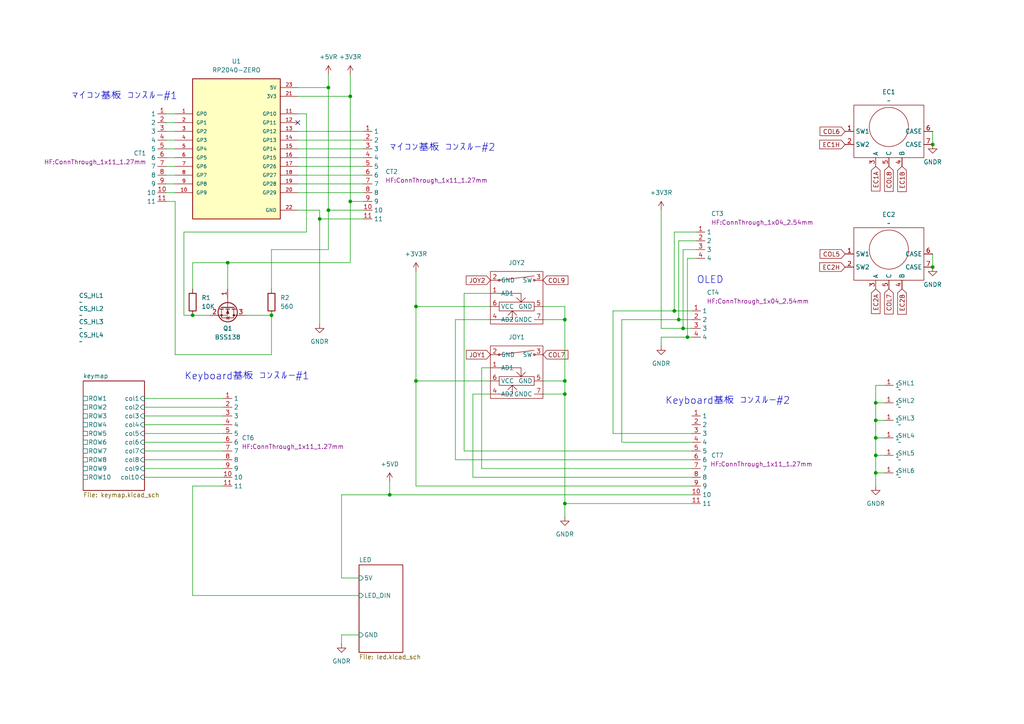
<source format=kicad_sch>
(kicad_sch
	(version 20250114)
	(generator "eeschema")
	(generator_version "9.0")
	(uuid "c1bdcb93-67c4-4fcb-9dc9-f79df2a10f2c")
	(paper "A4")
	(lib_symbols
		(symbol "Device:R"
			(pin_numbers
				(hide yes)
			)
			(pin_names
				(offset 0)
			)
			(exclude_from_sim no)
			(in_bom yes)
			(on_board yes)
			(property "Reference" "R"
				(at 2.032 0 90)
				(effects
					(font
						(size 1.27 1.27)
					)
				)
			)
			(property "Value" "R"
				(at 0 0 90)
				(effects
					(font
						(size 1.27 1.27)
					)
				)
			)
			(property "Footprint" ""
				(at -1.778 0 90)
				(effects
					(font
						(size 1.27 1.27)
					)
					(hide yes)
				)
			)
			(property "Datasheet" "~"
				(at 0 0 0)
				(effects
					(font
						(size 1.27 1.27)
					)
					(hide yes)
				)
			)
			(property "Description" "Resistor"
				(at 0 0 0)
				(effects
					(font
						(size 1.27 1.27)
					)
					(hide yes)
				)
			)
			(property "ki_keywords" "R res resistor"
				(at 0 0 0)
				(effects
					(font
						(size 1.27 1.27)
					)
					(hide yes)
				)
			)
			(property "ki_fp_filters" "R_*"
				(at 0 0 0)
				(effects
					(font
						(size 1.27 1.27)
					)
					(hide yes)
				)
			)
			(symbol "R_0_1"
				(rectangle
					(start -1.016 -2.54)
					(end 1.016 2.54)
					(stroke
						(width 0.254)
						(type default)
					)
					(fill
						(type none)
					)
				)
			)
			(symbol "R_1_1"
				(pin passive line
					(at 0 3.81 270)
					(length 1.27)
					(name "~"
						(effects
							(font
								(size 1.27 1.27)
							)
						)
					)
					(number "1"
						(effects
							(font
								(size 1.27 1.27)
							)
						)
					)
				)
				(pin passive line
					(at 0 -3.81 90)
					(length 1.27)
					(name "~"
						(effects
							(font
								(size 1.27 1.27)
							)
						)
					)
					(number "2"
						(effects
							(font
								(size 1.27 1.27)
							)
						)
					)
				)
			)
			(embedded_fonts no)
		)
		(symbol "HF:2mmscrew"
			(exclude_from_sim no)
			(in_bom yes)
			(on_board yes)
			(property "Reference" "SHL"
				(at 0 0 0)
				(effects
					(font
						(size 1.27 1.27)
					)
				)
			)
			(property "Value" ""
				(at 0 0 0)
				(effects
					(font
						(size 1.27 1.27)
					)
				)
			)
			(property "Footprint" "HF:2mmScrew"
				(at -1.524 -1.524 0)
				(effects
					(font
						(size 1.27 1.27)
					)
					(hide yes)
				)
			)
			(property "Datasheet" ""
				(at 0 0 0)
				(effects
					(font
						(size 1.27 1.27)
					)
					(hide yes)
				)
			)
			(property "Description" ""
				(at 0 0 0)
				(effects
					(font
						(size 1.27 1.27)
					)
					(hide yes)
				)
			)
			(symbol "2mmscrew_1_1"
				(pin passive line
					(at -1.27 -2.54 0)
					(length 2.54)
					(name "1"
						(effects
							(font
								(size 1.27 1.27)
							)
						)
					)
					(number "1"
						(effects
							(font
								(size 1.27 1.27)
							)
						)
					)
				)
			)
			(embedded_fonts no)
		)
		(symbol "HF:ConThr_1x04"
			(exclude_from_sim no)
			(in_bom yes)
			(on_board yes)
			(property "Reference" "CT"
				(at 0 1.524 0)
				(effects
					(font
						(size 1.27 1.27)
					)
				)
			)
			(property "Value" ""
				(at 0 0 0)
				(effects
					(font
						(size 1.27 1.27)
					)
					(hide yes)
				)
			)
			(property "Footprint" "HF:ConnThrough_1x04_2.54mm"
				(at 0 0 0)
				(effects
					(font
						(size 1.27 1.27)
					)
				)
			)
			(property "Datasheet" ""
				(at 0 0 0)
				(effects
					(font
						(size 1.27 1.27)
					)
					(hide yes)
				)
			)
			(property "Description" ""
				(at 0 0 0)
				(effects
					(font
						(size 1.27 1.27)
					)
					(hide yes)
				)
			)
			(symbol "ConThr_1x04_1_1"
				(pin input line
					(at -1.27 -2.54 0)
					(length 2.54)
					(name "1"
						(effects
							(font
								(size 1.27 1.27)
							)
						)
					)
					(number "1"
						(effects
							(font
								(size 1.27 1.27)
							)
						)
					)
				)
				(pin input line
					(at -1.27 -5.08 0)
					(length 2.54)
					(name "2"
						(effects
							(font
								(size 1.27 1.27)
							)
						)
					)
					(number "2"
						(effects
							(font
								(size 1.27 1.27)
							)
						)
					)
				)
				(pin input line
					(at -1.27 -7.62 0)
					(length 2.54)
					(name "3"
						(effects
							(font
								(size 1.27 1.27)
							)
						)
					)
					(number "3"
						(effects
							(font
								(size 1.27 1.27)
							)
						)
					)
				)
				(pin input line
					(at -1.27 -10.16 0)
					(length 2.54)
					(name "4"
						(effects
							(font
								(size 1.27 1.27)
							)
						)
					)
					(number "4"
						(effects
							(font
								(size 1.27 1.27)
							)
						)
					)
				)
			)
			(embedded_fonts no)
		)
		(symbol "HF:ConThr_1x11"
			(exclude_from_sim no)
			(in_bom yes)
			(on_board yes)
			(property "Reference" "CT"
				(at 0 1.27 0)
				(effects
					(font
						(size 1.27 1.27)
					)
				)
			)
			(property "Value" ""
				(at 0 0 0)
				(effects
					(font
						(size 1.27 1.27)
					)
					(hide yes)
				)
			)
			(property "Footprint" "HF:ConnThrough_1x11_1.27mm"
				(at 0 0 0)
				(effects
					(font
						(size 1.27 1.27)
					)
				)
			)
			(property "Datasheet" ""
				(at 0 0 0)
				(effects
					(font
						(size 1.27 1.27)
					)
					(hide yes)
				)
			)
			(property "Description" ""
				(at 0 0 0)
				(effects
					(font
						(size 1.27 1.27)
					)
					(hide yes)
				)
			)
			(symbol "ConThr_1x11_1_1"
				(pin passive line
					(at -1.27 -2.54 0)
					(length 2.54)
					(name "1"
						(effects
							(font
								(size 1.27 1.27)
							)
						)
					)
					(number "1"
						(effects
							(font
								(size 1.27 1.27)
							)
						)
					)
				)
				(pin passive line
					(at -1.27 -5.08 0)
					(length 2.54)
					(name "2"
						(effects
							(font
								(size 1.27 1.27)
							)
						)
					)
					(number "2"
						(effects
							(font
								(size 1.27 1.27)
							)
						)
					)
				)
				(pin passive line
					(at -1.27 -7.62 0)
					(length 2.54)
					(name "3"
						(effects
							(font
								(size 1.27 1.27)
							)
						)
					)
					(number "3"
						(effects
							(font
								(size 1.27 1.27)
							)
						)
					)
				)
				(pin passive line
					(at -1.27 -10.16 0)
					(length 2.54)
					(name "4"
						(effects
							(font
								(size 1.27 1.27)
							)
						)
					)
					(number "4"
						(effects
							(font
								(size 1.27 1.27)
							)
						)
					)
				)
				(pin passive line
					(at -1.27 -12.7 0)
					(length 2.54)
					(name "5"
						(effects
							(font
								(size 1.27 1.27)
							)
						)
					)
					(number "5"
						(effects
							(font
								(size 1.27 1.27)
							)
						)
					)
				)
				(pin passive line
					(at -1.27 -15.24 0)
					(length 2.54)
					(name "6"
						(effects
							(font
								(size 1.27 1.27)
							)
						)
					)
					(number "6"
						(effects
							(font
								(size 1.27 1.27)
							)
						)
					)
				)
				(pin passive line
					(at -1.27 -17.78 0)
					(length 2.54)
					(name "7"
						(effects
							(font
								(size 1.27 1.27)
							)
						)
					)
					(number "7"
						(effects
							(font
								(size 1.27 1.27)
							)
						)
					)
				)
				(pin passive line
					(at -1.27 -20.32 0)
					(length 2.54)
					(name "8"
						(effects
							(font
								(size 1.27 1.27)
							)
						)
					)
					(number "8"
						(effects
							(font
								(size 1.27 1.27)
							)
						)
					)
				)
				(pin passive line
					(at -1.27 -22.86 0)
					(length 2.54)
					(name "9"
						(effects
							(font
								(size 1.27 1.27)
							)
						)
					)
					(number "9"
						(effects
							(font
								(size 1.27 1.27)
							)
						)
					)
				)
				(pin passive line
					(at -1.27 -25.4 0)
					(length 2.54)
					(name "10"
						(effects
							(font
								(size 1.27 1.27)
							)
						)
					)
					(number "10"
						(effects
							(font
								(size 1.27 1.27)
							)
						)
					)
				)
				(pin passive line
					(at -1.27 -27.94 0)
					(length 2.54)
					(name "11"
						(effects
							(font
								(size 1.27 1.27)
							)
						)
					)
					(number "11"
						(effects
							(font
								(size 1.27 1.27)
							)
						)
					)
				)
			)
			(embedded_fonts no)
		)
		(symbol "HF:EC12"
			(exclude_from_sim no)
			(in_bom yes)
			(on_board yes)
			(property "Reference" "EC"
				(at 0 0 0)
				(effects
					(font
						(size 1.27 1.27)
					)
				)
			)
			(property "Value" ""
				(at 0 0 0)
				(effects
					(font
						(size 1.27 1.27)
					)
				)
			)
			(property "Footprint" "HF:EC12"
				(at 0 -2.54 0)
				(effects
					(font
						(size 1.27 1.27)
					)
					(hide yes)
				)
			)
			(property "Datasheet" ""
				(at 0 0 0)
				(effects
					(font
						(size 1.27 1.27)
					)
					(hide yes)
				)
			)
			(property "Description" ""
				(at 0 0 0)
				(effects
					(font
						(size 1.27 1.27)
					)
					(hide yes)
				)
			)
			(symbol "EC12_0_1"
				(rectangle
					(start -10.16 8.89)
					(end 10.16 -6.35)
					(stroke
						(width 0)
						(type default)
					)
					(fill
						(type none)
					)
				)
				(circle
					(center 0 2.54)
					(radius 5.6796)
					(stroke
						(width 0)
						(type default)
					)
					(fill
						(type none)
					)
				)
			)
			(symbol "EC12_1_1"
				(pin passive line
					(at -12.7 1.27 0)
					(length 2.54)
					(name "SW1"
						(effects
							(font
								(size 1.27 1.27)
							)
						)
					)
					(number "1"
						(effects
							(font
								(size 1.27 1.27)
							)
						)
					)
				)
				(pin passive line
					(at -12.7 -2.54 0)
					(length 2.54)
					(name "SW2"
						(effects
							(font
								(size 1.27 1.27)
							)
						)
					)
					(number "2"
						(effects
							(font
								(size 1.27 1.27)
							)
						)
					)
				)
				(pin passive line
					(at -3.81 -8.89 90)
					(length 2.54)
					(name "A"
						(effects
							(font
								(size 1.27 1.27)
							)
						)
					)
					(number "3"
						(effects
							(font
								(size 1.27 1.27)
							)
						)
					)
				)
				(pin passive line
					(at 0 -8.89 90)
					(length 2.54)
					(name "C"
						(effects
							(font
								(size 1.27 1.27)
							)
						)
					)
					(number "5"
						(effects
							(font
								(size 1.27 1.27)
							)
						)
					)
				)
				(pin passive line
					(at 3.81 -8.89 90)
					(length 2.54)
					(name "B"
						(effects
							(font
								(size 1.27 1.27)
							)
						)
					)
					(number "4"
						(effects
							(font
								(size 1.27 1.27)
							)
						)
					)
				)
				(pin passive line
					(at 12.7 1.27 180)
					(length 2.54)
					(name "CASE"
						(effects
							(font
								(size 1.27 1.27)
							)
						)
					)
					(number "6"
						(effects
							(font
								(size 1.27 1.27)
							)
						)
					)
				)
				(pin passive line
					(at 12.7 -2.54 180)
					(length 2.54)
					(name "CASE"
						(effects
							(font
								(size 1.27 1.27)
							)
						)
					)
					(number "7"
						(effects
							(font
								(size 1.27 1.27)
							)
						)
					)
				)
			)
			(embedded_fonts no)
		)
		(symbol "HF:JoyCon"
			(exclude_from_sim no)
			(in_bom yes)
			(on_board yes)
			(property "Reference" "JOY"
				(at 0 10.922 0)
				(effects
					(font
						(size 1.27 1.27)
					)
				)
			)
			(property "Value" ""
				(at 0 0 0)
				(effects
					(font
						(size 1.27 1.27)
					)
					(hide yes)
				)
			)
			(property "Footprint" "HF:AnalogJoyCon"
				(at 0 8.89 0)
				(effects
					(font
						(size 1.27 1.27)
					)
					(hide yes)
				)
			)
			(property "Datasheet" ""
				(at 0 0 0)
				(effects
					(font
						(size 1.27 1.27)
					)
					(hide yes)
				)
			)
			(property "Description" ""
				(at 0 0 0)
				(effects
					(font
						(size 1.27 1.27)
					)
					(hide yes)
				)
			)
			(symbol "JoyCon_0_1"
				(rectangle
					(start -7.62 7.62)
					(end 7.62 -7.62)
					(stroke
						(width 0)
						(type default)
					)
					(fill
						(type none)
					)
				)
				(circle
					(center -5.08 5.08)
					(radius 0.287)
					(stroke
						(width 0)
						(type default)
					)
					(fill
						(type none)
					)
				)
				(polyline
					(pts
						(xy -5.08 5.08) (xy 5.08 6.35)
					)
					(stroke
						(width 0)
						(type default)
					)
					(fill
						(type none)
					)
				)
				(polyline
					(pts
						(xy -5.08 1.27) (xy 1.27 1.27) (xy 1.27 -1.27)
					)
					(stroke
						(width 0)
						(type default)
					)
					(fill
						(type none)
					)
				)
				(rectangle
					(start -5.08 -1.27)
					(end 5.08 -3.81)
					(stroke
						(width 0)
						(type default)
					)
					(fill
						(type none)
					)
				)
				(polyline
					(pts
						(xy -5.08 -6.35) (xy -1.27 -6.35) (xy -1.27 -3.81)
					)
					(stroke
						(width 0)
						(type default)
					)
					(fill
						(type none)
					)
				)
				(polyline
					(pts
						(xy -1.27 -3.81) (xy -2.54 -5.08)
					)
					(stroke
						(width 0)
						(type default)
					)
					(fill
						(type none)
					)
				)
				(polyline
					(pts
						(xy -1.27 -3.81) (xy 0 -5.08)
					)
					(stroke
						(width 0)
						(type default)
					)
					(fill
						(type none)
					)
				)
				(polyline
					(pts
						(xy 1.27 -1.27) (xy 0 0)
					)
					(stroke
						(width 0)
						(type default)
					)
					(fill
						(type none)
					)
				)
				(polyline
					(pts
						(xy 1.27 -1.27) (xy 2.54 0)
					)
					(stroke
						(width 0)
						(type default)
					)
					(fill
						(type none)
					)
				)
				(circle
					(center 5.08 5.08)
					(radius 0.287)
					(stroke
						(width 0)
						(type default)
					)
					(fill
						(type none)
					)
				)
			)
			(symbol "JoyCon_1_1"
				(pin passive line
					(at -7.62 5.08 0)
					(length 2.54)
					(name "GND"
						(effects
							(font
								(size 1.27 1.27)
							)
						)
					)
					(number "2"
						(effects
							(font
								(size 1.27 1.27)
							)
						)
					)
				)
				(pin output line
					(at -7.62 1.27 0)
					(length 2.54)
					(name "AD1"
						(effects
							(font
								(size 1.27 1.27)
							)
						)
					)
					(number "1"
						(effects
							(font
								(size 1.27 1.27)
							)
						)
					)
				)
				(pin passive line
					(at -7.62 -2.54 0)
					(length 2.54)
					(name "VCC"
						(effects
							(font
								(size 1.27 1.27)
							)
						)
					)
					(number "6"
						(effects
							(font
								(size 1.27 1.27)
							)
						)
					)
				)
				(pin output line
					(at -7.62 -6.35 0)
					(length 2.54)
					(name "AD2"
						(effects
							(font
								(size 1.27 1.27)
							)
						)
					)
					(number "4"
						(effects
							(font
								(size 1.27 1.27)
							)
						)
					)
				)
				(pin passive line
					(at 7.62 5.08 180)
					(length 2.54)
					(name "SW"
						(effects
							(font
								(size 1.27 1.27)
							)
						)
					)
					(number "3"
						(effects
							(font
								(size 1.27 1.27)
							)
						)
					)
				)
				(pin passive line
					(at 7.62 -2.54 180)
					(length 2.54)
					(name "GND"
						(effects
							(font
								(size 1.27 1.27)
							)
						)
					)
					(number "5"
						(effects
							(font
								(size 1.27 1.27)
							)
						)
					)
				)
				(pin passive line
					(at 7.62 -6.35 180)
					(length 2.54)
					(name "GNDC"
						(effects
							(font
								(size 1.27 1.27)
							)
						)
					)
					(number "7"
						(effects
							(font
								(size 1.27 1.27)
							)
						)
					)
				)
			)
			(embedded_fonts no)
		)
		(symbol "HF:gh60_case2_guard"
			(exclude_from_sim no)
			(in_bom yes)
			(on_board yes)
			(property "Reference" "CS_HL2"
				(at 5.08 2.54 0)
				(effects
					(font
						(size 1.27 1.27)
					)
				)
			)
			(property "Value" ""
				(at 5.08 1.27 0)
				(effects
					(font
						(size 1.27 1.27)
					)
				)
			)
			(property "Footprint" "HF:gh60_hole2_guard"
				(at 5.08 1.27 0)
				(effects
					(font
						(size 1.27 1.27)
					)
					(hide yes)
				)
			)
			(property "Datasheet" ""
				(at 5.08 1.27 0)
				(effects
					(font
						(size 1.27 1.27)
					)
					(hide yes)
				)
			)
			(property "Description" ""
				(at 5.08 1.27 0)
				(effects
					(font
						(size 1.27 1.27)
					)
					(hide yes)
				)
			)
			(embedded_fonts no)
		)
		(symbol "RP2040-ZERO:RP2040-ZERO"
			(pin_names
				(offset 1.016)
			)
			(exclude_from_sim no)
			(in_bom yes)
			(on_board yes)
			(property "Reference" "U"
				(at -12.7 21.082 0)
				(effects
					(font
						(size 1.27 1.27)
					)
					(justify left bottom)
				)
			)
			(property "Value" "RP2040-ZERO"
				(at -12.7 -22.86 0)
				(effects
					(font
						(size 1.27 1.27)
					)
					(justify left bottom)
				)
			)
			(property "Footprint" "RP2040-ZERO:MODULE_RP2040-ZERO"
				(at 0 0 0)
				(effects
					(font
						(size 1.27 1.27)
					)
					(justify bottom)
					(hide yes)
				)
			)
			(property "Datasheet" ""
				(at 0 0 0)
				(effects
					(font
						(size 1.27 1.27)
					)
					(hide yes)
				)
			)
			(property "Description" ""
				(at 0 0 0)
				(effects
					(font
						(size 1.27 1.27)
					)
					(hide yes)
				)
			)
			(property "MF" "Waveshare Electronics"
				(at 0 0 0)
				(effects
					(font
						(size 1.27 1.27)
					)
					(justify bottom)
					(hide yes)
				)
			)
			(property "MAXIMUM_PACKAGE_HEIGHT" "5.35mm"
				(at 0 0 0)
				(effects
					(font
						(size 1.27 1.27)
					)
					(justify bottom)
					(hide yes)
				)
			)
			(property "Package" "Package"
				(at 0 0 0)
				(effects
					(font
						(size 1.27 1.27)
					)
					(justify bottom)
					(hide yes)
				)
			)
			(property "Price" "None"
				(at 0 0 0)
				(effects
					(font
						(size 1.27 1.27)
					)
					(justify bottom)
					(hide yes)
				)
			)
			(property "Check_prices" "https://www.snapeda.com/parts/RP2040-ZERO/Waveshare+Electronics/view-part/?ref=eda"
				(at 0 0 0)
				(effects
					(font
						(size 1.27 1.27)
					)
					(justify bottom)
					(hide yes)
				)
			)
			(property "STANDARD" "Manufacturer Recommendations"
				(at 0 0 0)
				(effects
					(font
						(size 1.27 1.27)
					)
					(justify bottom)
					(hide yes)
				)
			)
			(property "PARTREV" "NA"
				(at 0 0 0)
				(effects
					(font
						(size 1.27 1.27)
					)
					(justify bottom)
					(hide yes)
				)
			)
			(property "SnapEDA_Link" "https://www.snapeda.com/parts/RP2040-ZERO/Waveshare+Electronics/view-part/?ref=snap"
				(at 0 0 0)
				(effects
					(font
						(size 1.27 1.27)
					)
					(justify bottom)
					(hide yes)
				)
			)
			(property "MP" "RP2040-ZERO"
				(at 0 0 0)
				(effects
					(font
						(size 1.27 1.27)
					)
					(justify bottom)
					(hide yes)
				)
			)
			(property "Description_1" "\n                        \n                            Low-Cost, High-Performance Pico-Like MCU Board Based On Raspberry Pi Microcontroller RP2040\n                        \n"
				(at 0 0 0)
				(effects
					(font
						(size 1.27 1.27)
					)
					(justify bottom)
					(hide yes)
				)
			)
			(property "Availability" "Not in stock"
				(at 0 0 0)
				(effects
					(font
						(size 1.27 1.27)
					)
					(justify bottom)
					(hide yes)
				)
			)
			(property "MANUFACTURER" "Waveshare"
				(at 0 0 0)
				(effects
					(font
						(size 1.27 1.27)
					)
					(justify bottom)
					(hide yes)
				)
			)
			(symbol "RP2040-ZERO_0_0"
				(rectangle
					(start -12.7 -20.32)
					(end 12.7 20.32)
					(stroke
						(width 0.254)
						(type default)
					)
					(fill
						(type background)
					)
				)
				(pin bidirectional line
					(at -17.78 10.16 0)
					(length 5.08)
					(name "GP0"
						(effects
							(font
								(size 1.016 1.016)
							)
						)
					)
					(number "1"
						(effects
							(font
								(size 1.016 1.016)
							)
						)
					)
				)
				(pin bidirectional line
					(at -17.78 7.62 0)
					(length 5.08)
					(name "GP1"
						(effects
							(font
								(size 1.016 1.016)
							)
						)
					)
					(number "2"
						(effects
							(font
								(size 1.016 1.016)
							)
						)
					)
				)
				(pin bidirectional line
					(at -17.78 5.08 0)
					(length 5.08)
					(name "GP2"
						(effects
							(font
								(size 1.016 1.016)
							)
						)
					)
					(number "3"
						(effects
							(font
								(size 1.016 1.016)
							)
						)
					)
				)
				(pin bidirectional line
					(at -17.78 2.54 0)
					(length 5.08)
					(name "GP3"
						(effects
							(font
								(size 1.016 1.016)
							)
						)
					)
					(number "4"
						(effects
							(font
								(size 1.016 1.016)
							)
						)
					)
				)
				(pin bidirectional line
					(at -17.78 0 0)
					(length 5.08)
					(name "GP4"
						(effects
							(font
								(size 1.016 1.016)
							)
						)
					)
					(number "5"
						(effects
							(font
								(size 1.016 1.016)
							)
						)
					)
				)
				(pin bidirectional line
					(at -17.78 -2.54 0)
					(length 5.08)
					(name "GP5"
						(effects
							(font
								(size 1.016 1.016)
							)
						)
					)
					(number "6"
						(effects
							(font
								(size 1.016 1.016)
							)
						)
					)
				)
				(pin bidirectional line
					(at -17.78 -5.08 0)
					(length 5.08)
					(name "GP6"
						(effects
							(font
								(size 1.016 1.016)
							)
						)
					)
					(number "7"
						(effects
							(font
								(size 1.016 1.016)
							)
						)
					)
				)
				(pin bidirectional line
					(at -17.78 -7.62 0)
					(length 5.08)
					(name "GP7"
						(effects
							(font
								(size 1.016 1.016)
							)
						)
					)
					(number "8"
						(effects
							(font
								(size 1.016 1.016)
							)
						)
					)
				)
				(pin bidirectional line
					(at -17.78 -10.16 0)
					(length 5.08)
					(name "GP8"
						(effects
							(font
								(size 1.016 1.016)
							)
						)
					)
					(number "9"
						(effects
							(font
								(size 1.016 1.016)
							)
						)
					)
				)
				(pin bidirectional line
					(at -17.78 -12.7 0)
					(length 5.08)
					(name "GP9"
						(effects
							(font
								(size 1.016 1.016)
							)
						)
					)
					(number "10"
						(effects
							(font
								(size 1.016 1.016)
							)
						)
					)
				)
				(pin power_in line
					(at 17.78 17.78 180)
					(length 5.08)
					(name "5V"
						(effects
							(font
								(size 1.016 1.016)
							)
						)
					)
					(number "23"
						(effects
							(font
								(size 1.016 1.016)
							)
						)
					)
				)
				(pin power_in line
					(at 17.78 15.24 180)
					(length 5.08)
					(name "3V3"
						(effects
							(font
								(size 1.016 1.016)
							)
						)
					)
					(number "21"
						(effects
							(font
								(size 1.016 1.016)
							)
						)
					)
				)
				(pin bidirectional line
					(at 17.78 10.16 180)
					(length 5.08)
					(name "GP10"
						(effects
							(font
								(size 1.016 1.016)
							)
						)
					)
					(number "11"
						(effects
							(font
								(size 1.016 1.016)
							)
						)
					)
				)
				(pin bidirectional line
					(at 17.78 7.62 180)
					(length 5.08)
					(name "GP11"
						(effects
							(font
								(size 1.016 1.016)
							)
						)
					)
					(number "12"
						(effects
							(font
								(size 1.016 1.016)
							)
						)
					)
				)
				(pin bidirectional line
					(at 17.78 5.08 180)
					(length 5.08)
					(name "GP12"
						(effects
							(font
								(size 1.016 1.016)
							)
						)
					)
					(number "13"
						(effects
							(font
								(size 1.016 1.016)
							)
						)
					)
				)
				(pin bidirectional line
					(at 17.78 2.54 180)
					(length 5.08)
					(name "GP13"
						(effects
							(font
								(size 1.016 1.016)
							)
						)
					)
					(number "14"
						(effects
							(font
								(size 1.016 1.016)
							)
						)
					)
				)
				(pin bidirectional line
					(at 17.78 0 180)
					(length 5.08)
					(name "GP14"
						(effects
							(font
								(size 1.016 1.016)
							)
						)
					)
					(number "15"
						(effects
							(font
								(size 1.016 1.016)
							)
						)
					)
				)
				(pin bidirectional line
					(at 17.78 -2.54 180)
					(length 5.08)
					(name "GP15"
						(effects
							(font
								(size 1.016 1.016)
							)
						)
					)
					(number "16"
						(effects
							(font
								(size 1.016 1.016)
							)
						)
					)
				)
				(pin bidirectional line
					(at 17.78 -5.08 180)
					(length 5.08)
					(name "GP26"
						(effects
							(font
								(size 1.016 1.016)
							)
						)
					)
					(number "17"
						(effects
							(font
								(size 1.016 1.016)
							)
						)
					)
				)
				(pin bidirectional line
					(at 17.78 -7.62 180)
					(length 5.08)
					(name "GP27"
						(effects
							(font
								(size 1.016 1.016)
							)
						)
					)
					(number "18"
						(effects
							(font
								(size 1.016 1.016)
							)
						)
					)
				)
				(pin bidirectional line
					(at 17.78 -10.16 180)
					(length 5.08)
					(name "GP28"
						(effects
							(font
								(size 1.016 1.016)
							)
						)
					)
					(number "19"
						(effects
							(font
								(size 1.016 1.016)
							)
						)
					)
				)
				(pin bidirectional line
					(at 17.78 -12.7 180)
					(length 5.08)
					(name "GP29"
						(effects
							(font
								(size 1.016 1.016)
							)
						)
					)
					(number "20"
						(effects
							(font
								(size 1.016 1.016)
							)
						)
					)
				)
				(pin power_in line
					(at 17.78 -17.78 180)
					(length 5.08)
					(name "GND"
						(effects
							(font
								(size 1.016 1.016)
							)
						)
					)
					(number "22"
						(effects
							(font
								(size 1.016 1.016)
							)
						)
					)
				)
			)
			(embedded_fonts no)
		)
		(symbol "Transistor_FET:BSS138"
			(pin_names
				(hide yes)
			)
			(exclude_from_sim no)
			(in_bom yes)
			(on_board yes)
			(property "Reference" "Q"
				(at 5.08 1.905 0)
				(effects
					(font
						(size 1.27 1.27)
					)
					(justify left)
				)
			)
			(property "Value" "BSS138"
				(at 5.08 0 0)
				(effects
					(font
						(size 1.27 1.27)
					)
					(justify left)
				)
			)
			(property "Footprint" "Package_TO_SOT_SMD:SOT-23"
				(at 5.08 -1.905 0)
				(effects
					(font
						(size 1.27 1.27)
						(italic yes)
					)
					(justify left)
					(hide yes)
				)
			)
			(property "Datasheet" "https://www.onsemi.com/pub/Collateral/BSS138-D.PDF"
				(at 5.08 -3.81 0)
				(effects
					(font
						(size 1.27 1.27)
					)
					(justify left)
					(hide yes)
				)
			)
			(property "Description" "50V Vds, 0.22A Id, N-Channel MOSFET, SOT-23"
				(at 0 0 0)
				(effects
					(font
						(size 1.27 1.27)
					)
					(hide yes)
				)
			)
			(property "ki_keywords" "N-Channel MOSFET"
				(at 0 0 0)
				(effects
					(font
						(size 1.27 1.27)
					)
					(hide yes)
				)
			)
			(property "ki_fp_filters" "SOT?23*"
				(at 0 0 0)
				(effects
					(font
						(size 1.27 1.27)
					)
					(hide yes)
				)
			)
			(symbol "BSS138_0_1"
				(polyline
					(pts
						(xy 0.254 1.905) (xy 0.254 -1.905)
					)
					(stroke
						(width 0.254)
						(type default)
					)
					(fill
						(type none)
					)
				)
				(polyline
					(pts
						(xy 0.254 0) (xy -2.54 0)
					)
					(stroke
						(width 0)
						(type default)
					)
					(fill
						(type none)
					)
				)
				(polyline
					(pts
						(xy 0.762 2.286) (xy 0.762 1.27)
					)
					(stroke
						(width 0.254)
						(type default)
					)
					(fill
						(type none)
					)
				)
				(polyline
					(pts
						(xy 0.762 0.508) (xy 0.762 -0.508)
					)
					(stroke
						(width 0.254)
						(type default)
					)
					(fill
						(type none)
					)
				)
				(polyline
					(pts
						(xy 0.762 -1.27) (xy 0.762 -2.286)
					)
					(stroke
						(width 0.254)
						(type default)
					)
					(fill
						(type none)
					)
				)
				(polyline
					(pts
						(xy 0.762 -1.778) (xy 3.302 -1.778) (xy 3.302 1.778) (xy 0.762 1.778)
					)
					(stroke
						(width 0)
						(type default)
					)
					(fill
						(type none)
					)
				)
				(polyline
					(pts
						(xy 1.016 0) (xy 2.032 0.381) (xy 2.032 -0.381) (xy 1.016 0)
					)
					(stroke
						(width 0)
						(type default)
					)
					(fill
						(type outline)
					)
				)
				(circle
					(center 1.651 0)
					(radius 2.794)
					(stroke
						(width 0.254)
						(type default)
					)
					(fill
						(type none)
					)
				)
				(polyline
					(pts
						(xy 2.54 2.54) (xy 2.54 1.778)
					)
					(stroke
						(width 0)
						(type default)
					)
					(fill
						(type none)
					)
				)
				(circle
					(center 2.54 1.778)
					(radius 0.254)
					(stroke
						(width 0)
						(type default)
					)
					(fill
						(type outline)
					)
				)
				(circle
					(center 2.54 -1.778)
					(radius 0.254)
					(stroke
						(width 0)
						(type default)
					)
					(fill
						(type outline)
					)
				)
				(polyline
					(pts
						(xy 2.54 -2.54) (xy 2.54 0) (xy 0.762 0)
					)
					(stroke
						(width 0)
						(type default)
					)
					(fill
						(type none)
					)
				)
				(polyline
					(pts
						(xy 2.794 0.508) (xy 2.921 0.381) (xy 3.683 0.381) (xy 3.81 0.254)
					)
					(stroke
						(width 0)
						(type default)
					)
					(fill
						(type none)
					)
				)
				(polyline
					(pts
						(xy 3.302 0.381) (xy 2.921 -0.254) (xy 3.683 -0.254) (xy 3.302 0.381)
					)
					(stroke
						(width 0)
						(type default)
					)
					(fill
						(type none)
					)
				)
			)
			(symbol "BSS138_1_1"
				(pin input line
					(at -5.08 0 0)
					(length 2.54)
					(name "G"
						(effects
							(font
								(size 1.27 1.27)
							)
						)
					)
					(number "1"
						(effects
							(font
								(size 1.27 1.27)
							)
						)
					)
				)
				(pin passive line
					(at 2.54 5.08 270)
					(length 2.54)
					(name "D"
						(effects
							(font
								(size 1.27 1.27)
							)
						)
					)
					(number "3"
						(effects
							(font
								(size 1.27 1.27)
							)
						)
					)
				)
				(pin passive line
					(at 2.54 -5.08 90)
					(length 2.54)
					(name "S"
						(effects
							(font
								(size 1.27 1.27)
							)
						)
					)
					(number "2"
						(effects
							(font
								(size 1.27 1.27)
							)
						)
					)
				)
			)
			(embedded_fonts no)
		)
		(symbol "kbd:+3V3R"
			(power)
			(pin_names
				(offset 0)
			)
			(exclude_from_sim no)
			(in_bom yes)
			(on_board yes)
			(property "Reference" "#PWR"
				(at 0 -3.81 0)
				(effects
					(font
						(size 1.27 1.27)
					)
					(hide yes)
				)
			)
			(property "Value" "+3V3R"
				(at 0 3.556 0)
				(effects
					(font
						(size 1.27 1.27)
					)
				)
			)
			(property "Footprint" ""
				(at 0 0 0)
				(effects
					(font
						(size 1.27 1.27)
					)
					(hide yes)
				)
			)
			(property "Datasheet" ""
				(at 0 0 0)
				(effects
					(font
						(size 1.27 1.27)
					)
					(hide yes)
				)
			)
			(property "Description" "Power symbol creates a global label with name \"+3V3\""
				(at 0 0 0)
				(effects
					(font
						(size 1.27 1.27)
					)
					(hide yes)
				)
			)
			(property "ki_keywords" "global power"
				(at 0 0 0)
				(effects
					(font
						(size 1.27 1.27)
					)
					(hide yes)
				)
			)
			(symbol "+3V3R_0_1"
				(polyline
					(pts
						(xy -0.762 1.27) (xy 0 2.54)
					)
					(stroke
						(width 0)
						(type default)
					)
					(fill
						(type none)
					)
				)
				(polyline
					(pts
						(xy 0 2.54) (xy 0.762 1.27)
					)
					(stroke
						(width 0)
						(type default)
					)
					(fill
						(type none)
					)
				)
				(polyline
					(pts
						(xy 0 0) (xy 0 2.54)
					)
					(stroke
						(width 0)
						(type default)
					)
					(fill
						(type none)
					)
				)
			)
			(symbol "+3V3R_1_1"
				(pin power_in line
					(at 0 0 90)
					(length 0)
					(hide yes)
					(name "+3V3R"
						(effects
							(font
								(size 1.27 1.27)
							)
						)
					)
					(number "1"
						(effects
							(font
								(size 1.27 1.27)
							)
						)
					)
				)
			)
			(embedded_fonts no)
		)
		(symbol "kbd:+5VR"
			(power)
			(pin_names
				(offset 0)
			)
			(exclude_from_sim no)
			(in_bom yes)
			(on_board yes)
			(property "Reference" "#PWR"
				(at 0 -3.81 0)
				(effects
					(font
						(size 1.27 1.27)
					)
					(hide yes)
				)
			)
			(property "Value" "+5VR"
				(at 0 3.556 0)
				(effects
					(font
						(size 1.27 1.27)
					)
				)
			)
			(property "Footprint" ""
				(at 0 0 0)
				(effects
					(font
						(size 1.27 1.27)
					)
					(hide yes)
				)
			)
			(property "Datasheet" ""
				(at 0 0 0)
				(effects
					(font
						(size 1.27 1.27)
					)
					(hide yes)
				)
			)
			(property "Description" "Power symbol creates a global label with name \"+5V\""
				(at 0 0 0)
				(effects
					(font
						(size 1.27 1.27)
					)
					(hide yes)
				)
			)
			(property "ki_keywords" "global power"
				(at 0 0 0)
				(effects
					(font
						(size 1.27 1.27)
					)
					(hide yes)
				)
			)
			(symbol "+5VR_0_1"
				(polyline
					(pts
						(xy -0.762 1.27) (xy 0 2.54)
					)
					(stroke
						(width 0)
						(type default)
					)
					(fill
						(type none)
					)
				)
				(polyline
					(pts
						(xy 0 2.54) (xy 0.762 1.27)
					)
					(stroke
						(width 0)
						(type default)
					)
					(fill
						(type none)
					)
				)
				(polyline
					(pts
						(xy 0 0) (xy 0 2.54)
					)
					(stroke
						(width 0)
						(type default)
					)
					(fill
						(type none)
					)
				)
			)
			(symbol "+5VR_1_1"
				(pin power_in line
					(at 0 0 90)
					(length 0)
					(hide yes)
					(name "+5VR"
						(effects
							(font
								(size 1.27 1.27)
							)
						)
					)
					(number "1"
						(effects
							(font
								(size 1.27 1.27)
							)
						)
					)
				)
			)
			(embedded_fonts no)
		)
		(symbol "kbd:GNDR"
			(power)
			(pin_names
				(offset 0)
			)
			(exclude_from_sim no)
			(in_bom yes)
			(on_board yes)
			(property "Reference" "#PWR"
				(at 0 -6.35 0)
				(effects
					(font
						(size 1.27 1.27)
					)
					(hide yes)
				)
			)
			(property "Value" "GNDR"
				(at 0 -3.81 0)
				(effects
					(font
						(size 1.27 1.27)
					)
				)
			)
			(property "Footprint" ""
				(at 0 0 0)
				(effects
					(font
						(size 1.27 1.27)
					)
					(hide yes)
				)
			)
			(property "Datasheet" ""
				(at 0 0 0)
				(effects
					(font
						(size 1.27 1.27)
					)
					(hide yes)
				)
			)
			(property "Description" "Power symbol creates a global label with name \"GND\" , ground"
				(at 0 0 0)
				(effects
					(font
						(size 1.27 1.27)
					)
					(hide yes)
				)
			)
			(property "ki_keywords" "global power"
				(at 0 0 0)
				(effects
					(font
						(size 1.27 1.27)
					)
					(hide yes)
				)
			)
			(symbol "GNDR_0_1"
				(polyline
					(pts
						(xy 0 0) (xy 0 -1.27) (xy 1.27 -1.27) (xy 0 -2.54) (xy -1.27 -1.27) (xy 0 -1.27)
					)
					(stroke
						(width 0)
						(type default)
					)
					(fill
						(type none)
					)
				)
			)
			(symbol "GNDR_1_1"
				(pin power_in line
					(at 0 0 270)
					(length 0)
					(hide yes)
					(name "GNDR"
						(effects
							(font
								(size 1.27 1.27)
							)
						)
					)
					(number "1"
						(effects
							(font
								(size 1.27 1.27)
							)
						)
					)
				)
			)
			(embedded_fonts no)
		)
		(symbol "power:+5VD"
			(power)
			(pin_numbers
				(hide yes)
			)
			(pin_names
				(offset 0)
				(hide yes)
			)
			(exclude_from_sim no)
			(in_bom yes)
			(on_board yes)
			(property "Reference" "#PWR"
				(at 0 -3.81 0)
				(effects
					(font
						(size 1.27 1.27)
					)
					(hide yes)
				)
			)
			(property "Value" "+5VD"
				(at 0 3.556 0)
				(effects
					(font
						(size 1.27 1.27)
					)
				)
			)
			(property "Footprint" ""
				(at 0 0 0)
				(effects
					(font
						(size 1.27 1.27)
					)
					(hide yes)
				)
			)
			(property "Datasheet" ""
				(at 0 0 0)
				(effects
					(font
						(size 1.27 1.27)
					)
					(hide yes)
				)
			)
			(property "Description" "Power symbol creates a global label with name \"+5VD\""
				(at 0 0 0)
				(effects
					(font
						(size 1.27 1.27)
					)
					(hide yes)
				)
			)
			(property "ki_keywords" "global power"
				(at 0 0 0)
				(effects
					(font
						(size 1.27 1.27)
					)
					(hide yes)
				)
			)
			(symbol "+5VD_0_1"
				(polyline
					(pts
						(xy -0.762 1.27) (xy 0 2.54)
					)
					(stroke
						(width 0)
						(type default)
					)
					(fill
						(type none)
					)
				)
				(polyline
					(pts
						(xy 0 2.54) (xy 0.762 1.27)
					)
					(stroke
						(width 0)
						(type default)
					)
					(fill
						(type none)
					)
				)
				(polyline
					(pts
						(xy 0 0) (xy 0 2.54)
					)
					(stroke
						(width 0)
						(type default)
					)
					(fill
						(type none)
					)
				)
			)
			(symbol "+5VD_1_1"
				(pin power_in line
					(at 0 0 90)
					(length 0)
					(name "~"
						(effects
							(font
								(size 1.27 1.27)
							)
						)
					)
					(number "1"
						(effects
							(font
								(size 1.27 1.27)
							)
						)
					)
				)
			)
			(embedded_fonts no)
		)
	)
	(text "Keyboard基板 コンスルー#1"
		(exclude_from_sim no)
		(at 71.628 109.22 0)
		(effects
			(font
				(size 2.032 2.032)
			)
		)
		(uuid "05da11a6-82fb-4078-8108-1a63b0599bd4")
	)
	(text "OLED"
		(exclude_from_sim no)
		(at 205.994 81.28 0)
		(effects
			(font
				(size 2.032 2.032)
			)
		)
		(uuid "1d747cdf-0c5b-464c-b345-993f18f9530d")
	)
	(text "マイコン基板 コンスルー#1"
		(exclude_from_sim no)
		(at 36.068 27.94 0)
		(effects
			(font
				(size 2.032 2.032)
			)
		)
		(uuid "2953f409-f008-460e-a763-dc68732be25f")
	)
	(text "マイコン基板 コンスルー#2"
		(exclude_from_sim no)
		(at 128.27 42.926 0)
		(effects
			(font
				(size 2.032 2.032)
			)
		)
		(uuid "6299c9dc-ad63-4226-8d1f-7b2d56e63355")
	)
	(text "Keyboard基板 コンスルー#2"
		(exclude_from_sim no)
		(at 211.074 116.332 0)
		(effects
			(font
				(size 2.032 2.032)
			)
		)
		(uuid "bd2561a7-747c-470c-80e4-7cf46d288809")
	)
	(junction
		(at 66.04 76.2)
		(diameter 0)
		(color 0 0 0 0)
		(uuid "00843e6f-96f0-4ce1-ae74-3a22ce1cdfc9")
	)
	(junction
		(at 270.51 77.47)
		(diameter 0)
		(color 0 0 0 0)
		(uuid "06a75e9b-baf6-4f6b-8427-5036df403f30")
	)
	(junction
		(at 120.65 110.49)
		(diameter 0)
		(color 0 0 0 0)
		(uuid "08b76aaf-c23c-4e5d-843d-b73dada2b9e0")
	)
	(junction
		(at 78.74 91.44)
		(diameter 0)
		(color 0 0 0 0)
		(uuid "240f88cb-4c27-4d8a-aef1-4e28646797e8")
	)
	(junction
		(at 163.83 92.71)
		(diameter 0)
		(color 0 0 0 0)
		(uuid "2712ff5b-60ac-462b-a04f-ebf127049823")
	)
	(junction
		(at 254 127)
		(diameter 0)
		(color 0 0 0 0)
		(uuid "32ecf823-5d97-4ce8-a3ba-7f15ea1fa1a6")
	)
	(junction
		(at 55.88 91.44)
		(diameter 0)
		(color 0 0 0 0)
		(uuid "4422e244-067e-4244-b10c-52584384d000")
	)
	(junction
		(at 196.85 92.71)
		(diameter 0)
		(color 0 0 0 0)
		(uuid "4d5b74c7-607d-4f58-ae80-f85a7dbd43d8")
	)
	(junction
		(at 254 132.08)
		(diameter 0)
		(color 0 0 0 0)
		(uuid "5e8da38e-4aaa-4aef-9c3f-e77894fb51a8")
	)
	(junction
		(at 195.58 90.17)
		(diameter 0)
		(color 0 0 0 0)
		(uuid "694dec99-7279-48fc-9940-0008806a6629")
	)
	(junction
		(at 163.83 114.3)
		(diameter 0)
		(color 0 0 0 0)
		(uuid "713dbd65-b355-4849-81e4-3683e6fe2e9f")
	)
	(junction
		(at 92.71 63.5)
		(diameter 0)
		(color 0 0 0 0)
		(uuid "7ab7fa72-ff55-42a3-a915-7a0b48fe8b79")
	)
	(junction
		(at 270.51 41.91)
		(diameter 0)
		(color 0 0 0 0)
		(uuid "85797dcb-4c41-4b26-8b70-2d04a53729b3")
	)
	(junction
		(at 199.39 97.79)
		(diameter 0)
		(color 0 0 0 0)
		(uuid "87f11635-0018-4968-8223-a2e3aed1bd8c")
	)
	(junction
		(at 254 137.16)
		(diameter 0)
		(color 0 0 0 0)
		(uuid "9207091c-51c0-4f16-8a1d-6df6f8673f4e")
	)
	(junction
		(at 120.65 88.9)
		(diameter 0)
		(color 0 0 0 0)
		(uuid "9dfaf2c7-cfaf-4c10-9b96-b24b68bfca75")
	)
	(junction
		(at 163.83 110.49)
		(diameter 0)
		(color 0 0 0 0)
		(uuid "a0382579-6352-490f-8cf6-e0ed9d76ba0e")
	)
	(junction
		(at 198.12 95.25)
		(diameter 0)
		(color 0 0 0 0)
		(uuid "a747862d-79fd-42f3-b23d-a595d82fba74")
	)
	(junction
		(at 254 121.92)
		(diameter 0)
		(color 0 0 0 0)
		(uuid "bd9962de-80bf-4c93-9044-e395cfed091c")
	)
	(junction
		(at 101.6 27.94)
		(diameter 0)
		(color 0 0 0 0)
		(uuid "c33309c5-3f9d-4551-97af-53d634bc972b")
	)
	(junction
		(at 163.83 146.05)
		(diameter 0)
		(color 0 0 0 0)
		(uuid "ca36d800-29e0-4f5d-871b-e118a8055644")
	)
	(junction
		(at 254 116.84)
		(diameter 0)
		(color 0 0 0 0)
		(uuid "d0050d31-5bd2-445b-a9ed-a921cdd57e4e")
	)
	(junction
		(at 101.6 58.42)
		(diameter 0)
		(color 0 0 0 0)
		(uuid "d1ebdaa9-da50-4d6f-8972-568e73aa5a32")
	)
	(junction
		(at 95.25 25.4)
		(diameter 0)
		(color 0 0 0 0)
		(uuid "d44c6b05-75c8-448a-a079-64695605d7dc")
	)
	(junction
		(at 95.25 60.96)
		(diameter 0)
		(color 0 0 0 0)
		(uuid "e7a05c38-f1bc-495e-9e77-5940749dd946")
	)
	(junction
		(at 113.03 143.51)
		(diameter 0)
		(color 0 0 0 0)
		(uuid "e962eaa7-60c0-4c2f-893a-3e9d91ca2401")
	)
	(no_connect
		(at 86.36 35.56)
		(uuid "ffb68bd9-356b-4875-a10e-4050eabb5aca")
	)
	(wire
		(pts
			(xy 163.83 146.05) (xy 200.66 146.05)
		)
		(stroke
			(width 0)
			(type default)
		)
		(uuid "028a372a-7289-403d-abaa-fca02dbdbb68")
	)
	(wire
		(pts
			(xy 200.66 97.79) (xy 199.39 97.79)
		)
		(stroke
			(width 0)
			(type default)
		)
		(uuid "03e41f46-d199-4d4b-94ee-6dfe3cb2009c")
	)
	(wire
		(pts
			(xy 254 127) (xy 256.54 127)
		)
		(stroke
			(width 0)
			(type default)
		)
		(uuid "04db1a69-5558-4f36-9c1b-bfff6c41c6da")
	)
	(wire
		(pts
			(xy 120.65 140.97) (xy 200.66 140.97)
		)
		(stroke
			(width 0)
			(type default)
		)
		(uuid "05d55486-6a93-4a98-ba38-68dc9bee40ba")
	)
	(wire
		(pts
			(xy 95.25 25.4) (xy 95.25 21.59)
		)
		(stroke
			(width 0)
			(type default)
		)
		(uuid "08c67583-e0b6-4d32-99a6-d47b5f2cf9f0")
	)
	(wire
		(pts
			(xy 195.58 67.31) (xy 195.58 90.17)
		)
		(stroke
			(width 0)
			(type default)
		)
		(uuid "0a42f52a-8b74-43c8-9205-04736782c816")
	)
	(wire
		(pts
			(xy 99.06 184.15) (xy 104.14 184.15)
		)
		(stroke
			(width 0)
			(type default)
		)
		(uuid "0a7d9d70-fdf5-4095-bfca-308404d89bc2")
	)
	(wire
		(pts
			(xy 92.71 60.96) (xy 92.71 63.5)
		)
		(stroke
			(width 0)
			(type default)
		)
		(uuid "0a9c6f9d-7713-4808-824a-d24d176a9e3b")
	)
	(wire
		(pts
			(xy 101.6 58.42) (xy 101.6 76.2)
		)
		(stroke
			(width 0)
			(type default)
		)
		(uuid "0b2cee95-48ee-4a76-9928-4e254771f0e6")
	)
	(wire
		(pts
			(xy 137.16 138.43) (xy 200.66 138.43)
		)
		(stroke
			(width 0)
			(type default)
		)
		(uuid "0b30ba33-e4e7-41a9-bcd0-bfeb0aeb1ce1")
	)
	(wire
		(pts
			(xy 132.08 92.71) (xy 142.24 92.71)
		)
		(stroke
			(width 0)
			(type default)
		)
		(uuid "0de4d3ee-647e-4159-80ac-ed3ada3aca73")
	)
	(wire
		(pts
			(xy 86.36 33.02) (xy 88.9 33.02)
		)
		(stroke
			(width 0)
			(type default)
		)
		(uuid "0f41f476-9dc2-43ac-b16f-63a949925c90")
	)
	(wire
		(pts
			(xy 177.8 90.17) (xy 195.58 90.17)
		)
		(stroke
			(width 0)
			(type default)
		)
		(uuid "0f71385a-6cf1-4eb1-b497-42d4212f39d5")
	)
	(wire
		(pts
			(xy 86.36 55.88) (xy 105.41 55.88)
		)
		(stroke
			(width 0)
			(type default)
		)
		(uuid "10582900-cb29-4a25-a24d-2495dfc89c24")
	)
	(wire
		(pts
			(xy 177.8 125.73) (xy 177.8 90.17)
		)
		(stroke
			(width 0)
			(type default)
		)
		(uuid "10ca8728-44d9-49bb-833f-37857e6d37d6")
	)
	(wire
		(pts
			(xy 163.83 110.49) (xy 163.83 114.3)
		)
		(stroke
			(width 0)
			(type default)
		)
		(uuid "1120f9bb-9c6f-44c9-aaef-87325ae50aa4")
	)
	(wire
		(pts
			(xy 139.7 135.89) (xy 200.66 135.89)
		)
		(stroke
			(width 0)
			(type default)
		)
		(uuid "126d487c-8674-40dd-a192-bb1b58c710ec")
	)
	(wire
		(pts
			(xy 163.83 114.3) (xy 163.83 146.05)
		)
		(stroke
			(width 0)
			(type default)
		)
		(uuid "1336b91e-53b1-44f2-a87b-829d88712c10")
	)
	(wire
		(pts
			(xy 113.03 143.51) (xy 200.66 143.51)
		)
		(stroke
			(width 0)
			(type default)
		)
		(uuid "13ffa876-9cf0-4cb8-bf9e-f9d195f37a9e")
	)
	(wire
		(pts
			(xy 134.62 85.09) (xy 142.24 85.09)
		)
		(stroke
			(width 0)
			(type default)
		)
		(uuid "15a6d3e9-3500-4ac0-907b-cb290132213b")
	)
	(wire
		(pts
			(xy 254 132.08) (xy 254 127)
		)
		(stroke
			(width 0)
			(type default)
		)
		(uuid "19ffdca6-346c-488c-9a31-0e6b77e97e19")
	)
	(wire
		(pts
			(xy 120.65 78.74) (xy 120.65 88.9)
		)
		(stroke
			(width 0)
			(type default)
		)
		(uuid "1ce036aa-05ed-453e-bea5-b5e9acf09848")
	)
	(wire
		(pts
			(xy 41.91 138.43) (xy 64.77 138.43)
		)
		(stroke
			(width 0)
			(type default)
		)
		(uuid "20f35749-dfed-4900-9030-bee4e8e270de")
	)
	(wire
		(pts
			(xy 199.39 74.93) (xy 199.39 97.79)
		)
		(stroke
			(width 0)
			(type default)
		)
		(uuid "2232031e-1321-4fde-b656-64c0c2c38fde")
	)
	(wire
		(pts
			(xy 198.12 72.39) (xy 198.12 95.25)
		)
		(stroke
			(width 0)
			(type default)
		)
		(uuid "235eff66-b036-4210-a05a-dd4e2d4e3ef6")
	)
	(wire
		(pts
			(xy 120.65 110.49) (xy 142.24 110.49)
		)
		(stroke
			(width 0)
			(type default)
		)
		(uuid "26d9dbc8-db69-40ba-8ea6-bac77dacc410")
	)
	(wire
		(pts
			(xy 254 137.16) (xy 254 132.08)
		)
		(stroke
			(width 0)
			(type default)
		)
		(uuid "2e393824-1d91-4b9a-ab39-9fcc519b3716")
	)
	(wire
		(pts
			(xy 66.04 76.2) (xy 66.04 83.82)
		)
		(stroke
			(width 0)
			(type default)
		)
		(uuid "2ed20f6c-61b6-4d37-8263-96ae7c95b24f")
	)
	(wire
		(pts
			(xy 99.06 186.69) (xy 99.06 184.15)
		)
		(stroke
			(width 0)
			(type default)
		)
		(uuid "31ecfb3d-26bf-41d2-8840-342df0d3e5e1")
	)
	(wire
		(pts
			(xy 200.66 95.25) (xy 198.12 95.25)
		)
		(stroke
			(width 0)
			(type default)
		)
		(uuid "341b4af3-ecf0-4ab1-b004-c46ec0a7f51f")
	)
	(wire
		(pts
			(xy 99.06 167.64) (xy 99.06 143.51)
		)
		(stroke
			(width 0)
			(type default)
		)
		(uuid "344c249e-4da8-4613-bb1a-9e298dfa9c7c")
	)
	(wire
		(pts
			(xy 41.91 135.89) (xy 64.77 135.89)
		)
		(stroke
			(width 0)
			(type default)
		)
		(uuid "34c83bd4-951a-4c12-89bf-f5b5c56b1c41")
	)
	(wire
		(pts
			(xy 254 132.08) (xy 256.54 132.08)
		)
		(stroke
			(width 0)
			(type default)
		)
		(uuid "35b20033-51cb-450b-9d87-071063b60170")
	)
	(wire
		(pts
			(xy 195.58 90.17) (xy 200.66 90.17)
		)
		(stroke
			(width 0)
			(type default)
		)
		(uuid "3dd8c786-a288-4f23-be8e-08715b051c4e")
	)
	(wire
		(pts
			(xy 139.7 106.68) (xy 142.24 106.68)
		)
		(stroke
			(width 0)
			(type default)
		)
		(uuid "3e9d5e61-32b5-4c68-a67e-4bd9cc24e8fe")
	)
	(wire
		(pts
			(xy 254 140.97) (xy 254 137.16)
		)
		(stroke
			(width 0)
			(type default)
		)
		(uuid "474e99a8-82de-410a-a8ad-dbcf4032d7b2")
	)
	(wire
		(pts
			(xy 55.88 140.97) (xy 55.88 172.72)
		)
		(stroke
			(width 0)
			(type default)
		)
		(uuid "483e71eb-8835-44cc-a50c-e0a2f798cfa9")
	)
	(wire
		(pts
			(xy 254 137.16) (xy 256.54 137.16)
		)
		(stroke
			(width 0)
			(type default)
		)
		(uuid "484aa803-599a-455b-a155-f45450ad19af")
	)
	(wire
		(pts
			(xy 48.26 55.88) (xy 50.8 55.88)
		)
		(stroke
			(width 0)
			(type default)
		)
		(uuid "48880afc-cf9f-478c-b204-f99039b05359")
	)
	(wire
		(pts
			(xy 50.8 58.42) (xy 50.8 102.87)
		)
		(stroke
			(width 0)
			(type default)
		)
		(uuid "49c0a3b5-74e0-4852-92cc-6c689072884a")
	)
	(wire
		(pts
			(xy 95.25 60.96) (xy 105.41 60.96)
		)
		(stroke
			(width 0)
			(type default)
		)
		(uuid "4e8738da-3bda-4157-96b5-79999ad8e1f0")
	)
	(wire
		(pts
			(xy 196.85 92.71) (xy 180.34 92.71)
		)
		(stroke
			(width 0)
			(type default)
		)
		(uuid "4fe87728-8712-431e-bc61-24d90f40ff2d")
	)
	(wire
		(pts
			(xy 132.08 133.35) (xy 132.08 92.71)
		)
		(stroke
			(width 0)
			(type default)
		)
		(uuid "50acb136-2024-43a1-8c06-c2cea7d67efa")
	)
	(wire
		(pts
			(xy 157.48 110.49) (xy 163.83 110.49)
		)
		(stroke
			(width 0)
			(type default)
		)
		(uuid "52ef9e50-c93e-4a81-858c-3fe2be7f5ce1")
	)
	(wire
		(pts
			(xy 199.39 97.79) (xy 191.77 97.79)
		)
		(stroke
			(width 0)
			(type default)
		)
		(uuid "556fe9e3-0a1a-4aa7-a176-9cc040759f11")
	)
	(wire
		(pts
			(xy 95.25 60.96) (xy 95.25 72.39)
		)
		(stroke
			(width 0)
			(type default)
		)
		(uuid "576e9f53-116a-468a-9363-1bc29e94c78d")
	)
	(wire
		(pts
			(xy 254 121.92) (xy 256.54 121.92)
		)
		(stroke
			(width 0)
			(type default)
		)
		(uuid "58073833-5f9b-4ee8-9954-a6507e0d4a3f")
	)
	(wire
		(pts
			(xy 99.06 143.51) (xy 113.03 143.51)
		)
		(stroke
			(width 0)
			(type default)
		)
		(uuid "5a3a1343-21a5-4321-9124-a2445bb8612f")
	)
	(wire
		(pts
			(xy 163.83 149.86) (xy 163.83 146.05)
		)
		(stroke
			(width 0)
			(type default)
		)
		(uuid "5d96721b-697e-472b-8e46-583f5a671e29")
	)
	(wire
		(pts
			(xy 134.62 130.81) (xy 134.62 85.09)
		)
		(stroke
			(width 0)
			(type default)
		)
		(uuid "5e963eb8-e026-48b0-9cf9-f9eef765cf03")
	)
	(wire
		(pts
			(xy 41.91 130.81) (xy 64.77 130.81)
		)
		(stroke
			(width 0)
			(type default)
		)
		(uuid "5ea402dc-b1e9-419d-a4c6-522979b461a3")
	)
	(wire
		(pts
			(xy 86.36 43.18) (xy 105.41 43.18)
		)
		(stroke
			(width 0)
			(type default)
		)
		(uuid "5f526280-0508-4172-a25c-e1952ce69b17")
	)
	(wire
		(pts
			(xy 200.66 92.71) (xy 196.85 92.71)
		)
		(stroke
			(width 0)
			(type default)
		)
		(uuid "6001ae66-5928-4d57-9b1d-457ca8612039")
	)
	(wire
		(pts
			(xy 254 127) (xy 254 121.92)
		)
		(stroke
			(width 0)
			(type default)
		)
		(uuid "60f81ac3-f077-4c0d-a906-6f59239d5ec1")
	)
	(wire
		(pts
			(xy 201.93 72.39) (xy 198.12 72.39)
		)
		(stroke
			(width 0)
			(type default)
		)
		(uuid "63536e5a-39f8-4321-b43e-2d57b3b7b012")
	)
	(wire
		(pts
			(xy 200.66 125.73) (xy 177.8 125.73)
		)
		(stroke
			(width 0)
			(type default)
		)
		(uuid "63d3eba5-8dd9-4ab2-a061-65c114fa73e1")
	)
	(wire
		(pts
			(xy 201.93 69.85) (xy 196.85 69.85)
		)
		(stroke
			(width 0)
			(type default)
		)
		(uuid "6619eb50-3698-4185-b972-7c97a27e7908")
	)
	(wire
		(pts
			(xy 53.34 67.31) (xy 53.34 91.44)
		)
		(stroke
			(width 0)
			(type default)
		)
		(uuid "67e343b4-12a8-4318-9b43-891765792d56")
	)
	(wire
		(pts
			(xy 86.36 27.94) (xy 101.6 27.94)
		)
		(stroke
			(width 0)
			(type default)
		)
		(uuid "6a0c8f51-a182-45a3-ada5-dd356af02b8b")
	)
	(wire
		(pts
			(xy 55.88 140.97) (xy 64.77 140.97)
		)
		(stroke
			(width 0)
			(type default)
		)
		(uuid "71e4990a-d4f5-4e45-9c03-2fd4a909058e")
	)
	(wire
		(pts
			(xy 120.65 110.49) (xy 120.65 140.97)
		)
		(stroke
			(width 0)
			(type default)
		)
		(uuid "777401f7-e6a8-4a19-82ed-eb3ca4102f70")
	)
	(wire
		(pts
			(xy 86.36 40.64) (xy 105.41 40.64)
		)
		(stroke
			(width 0)
			(type default)
		)
		(uuid "78786802-1fca-4d1b-a1b7-d8cb2b3a2b94")
	)
	(wire
		(pts
			(xy 134.62 130.81) (xy 200.66 130.81)
		)
		(stroke
			(width 0)
			(type default)
		)
		(uuid "79737d5d-e5ba-4a6d-bdbd-064a427c4bcc")
	)
	(wire
		(pts
			(xy 113.03 139.7) (xy 113.03 143.51)
		)
		(stroke
			(width 0)
			(type default)
		)
		(uuid "7a9c000e-3fe1-4b1b-b1fd-a72f253ff6bb")
	)
	(wire
		(pts
			(xy 55.88 91.44) (xy 60.96 91.44)
		)
		(stroke
			(width 0)
			(type default)
		)
		(uuid "7ab85f18-f1b9-47e2-aac3-fb634501ca2e")
	)
	(wire
		(pts
			(xy 48.26 40.64) (xy 50.8 40.64)
		)
		(stroke
			(width 0)
			(type default)
		)
		(uuid "7af050f7-5e9c-423c-b842-e2ca9dfaf4ff")
	)
	(wire
		(pts
			(xy 270.51 38.1) (xy 270.51 41.91)
		)
		(stroke
			(width 0)
			(type default)
		)
		(uuid "7c477934-071e-4a4f-81af-15d5997c35bd")
	)
	(wire
		(pts
			(xy 71.12 91.44) (xy 78.74 91.44)
		)
		(stroke
			(width 0)
			(type default)
		)
		(uuid "7d5f5939-ed3f-4f40-b850-19ded4526048")
	)
	(wire
		(pts
			(xy 50.8 58.42) (xy 48.26 58.42)
		)
		(stroke
			(width 0)
			(type default)
		)
		(uuid "7d64374a-972d-44d2-9572-7599c8783888")
	)
	(wire
		(pts
			(xy 120.65 88.9) (xy 142.24 88.9)
		)
		(stroke
			(width 0)
			(type default)
		)
		(uuid "7debf8ce-8e38-4ef3-b36d-0b274152fa15")
	)
	(wire
		(pts
			(xy 86.36 60.96) (xy 92.71 60.96)
		)
		(stroke
			(width 0)
			(type default)
		)
		(uuid "7f9d0e31-b43b-489a-9161-a037417797e3")
	)
	(wire
		(pts
			(xy 50.8 102.87) (xy 78.74 102.87)
		)
		(stroke
			(width 0)
			(type default)
		)
		(uuid "7fe7e25d-556c-405b-b553-202aaf218844")
	)
	(wire
		(pts
			(xy 163.83 92.71) (xy 163.83 110.49)
		)
		(stroke
			(width 0)
			(type default)
		)
		(uuid "80917838-24a4-41d0-af7c-6befeda6ca20")
	)
	(wire
		(pts
			(xy 78.74 72.39) (xy 78.74 83.82)
		)
		(stroke
			(width 0)
			(type default)
		)
		(uuid "829ae314-42d8-4770-8e83-3f4cd022dc71")
	)
	(wire
		(pts
			(xy 92.71 63.5) (xy 105.41 63.5)
		)
		(stroke
			(width 0)
			(type default)
		)
		(uuid "8683feb1-7b9e-48cc-9f22-e560fff86ecf")
	)
	(wire
		(pts
			(xy 66.04 76.2) (xy 101.6 76.2)
		)
		(stroke
			(width 0)
			(type default)
		)
		(uuid "8a199e69-89bf-4986-915c-341fa09d7d08")
	)
	(wire
		(pts
			(xy 41.91 120.65) (xy 64.77 120.65)
		)
		(stroke
			(width 0)
			(type default)
		)
		(uuid "8a6af782-e738-47b9-b68e-17b13787d172")
	)
	(wire
		(pts
			(xy 86.36 45.72) (xy 105.41 45.72)
		)
		(stroke
			(width 0)
			(type default)
		)
		(uuid "8bf1a20f-03e2-4d28-8271-ed72f468c59f")
	)
	(wire
		(pts
			(xy 92.71 63.5) (xy 92.71 93.98)
		)
		(stroke
			(width 0)
			(type default)
		)
		(uuid "8f1da184-8e8b-4d31-a833-e189c8198373")
	)
	(wire
		(pts
			(xy 55.88 76.2) (xy 55.88 83.82)
		)
		(stroke
			(width 0)
			(type default)
		)
		(uuid "9216c10b-551b-403c-b6cb-27c3b9788bd7")
	)
	(wire
		(pts
			(xy 48.26 33.02) (xy 50.8 33.02)
		)
		(stroke
			(width 0)
			(type default)
		)
		(uuid "93beebf6-f64a-4d74-bdfc-c6a021b6017e")
	)
	(wire
		(pts
			(xy 95.25 25.4) (xy 95.25 60.96)
		)
		(stroke
			(width 0)
			(type default)
		)
		(uuid "949b691b-fc9b-47da-842a-92fd6ab95e90")
	)
	(wire
		(pts
			(xy 53.34 91.44) (xy 55.88 91.44)
		)
		(stroke
			(width 0)
			(type default)
		)
		(uuid "94cc87fc-cf4f-4229-9c8d-f7779963503c")
	)
	(wire
		(pts
			(xy 254 121.92) (xy 254 116.84)
		)
		(stroke
			(width 0)
			(type default)
		)
		(uuid "954e6e55-f7fe-4528-bb05-9ccc2f518c72")
	)
	(wire
		(pts
			(xy 101.6 58.42) (xy 105.41 58.42)
		)
		(stroke
			(width 0)
			(type default)
		)
		(uuid "96aaed90-2b1c-4b78-9922-2861562df838")
	)
	(wire
		(pts
			(xy 137.16 114.3) (xy 142.24 114.3)
		)
		(stroke
			(width 0)
			(type default)
		)
		(uuid "98a6d182-689e-4523-9483-ff1b8f6ee015")
	)
	(wire
		(pts
			(xy 196.85 69.85) (xy 196.85 92.71)
		)
		(stroke
			(width 0)
			(type default)
		)
		(uuid "9bf197e3-68b1-43b1-8fcb-8eda2410b586")
	)
	(wire
		(pts
			(xy 48.26 53.34) (xy 50.8 53.34)
		)
		(stroke
			(width 0)
			(type default)
		)
		(uuid "9c6ae00b-3026-41af-8f51-2e4e07807a41")
	)
	(wire
		(pts
			(xy 88.9 67.31) (xy 53.34 67.31)
		)
		(stroke
			(width 0)
			(type default)
		)
		(uuid "9d1a998d-6078-4018-84bd-537c4469eafc")
	)
	(wire
		(pts
			(xy 78.74 72.39) (xy 95.25 72.39)
		)
		(stroke
			(width 0)
			(type default)
		)
		(uuid "9f444c26-219a-4684-bb52-22c5cff70390")
	)
	(wire
		(pts
			(xy 41.91 128.27) (xy 64.77 128.27)
		)
		(stroke
			(width 0)
			(type default)
		)
		(uuid "a1ff322e-a3d5-40b1-a8e7-d2b4c79b4f3f")
	)
	(wire
		(pts
			(xy 254 116.84) (xy 254 111.76)
		)
		(stroke
			(width 0)
			(type default)
		)
		(uuid "a6493c1e-c062-4f48-98dc-3ce33bfcf36b")
	)
	(wire
		(pts
			(xy 163.83 88.9) (xy 163.83 92.71)
		)
		(stroke
			(width 0)
			(type default)
		)
		(uuid "ab8a77da-33eb-4bfc-8870-f6e8ec0c2b74")
	)
	(wire
		(pts
			(xy 101.6 27.94) (xy 101.6 58.42)
		)
		(stroke
			(width 0)
			(type default)
		)
		(uuid "ad94bd9b-d67d-44b5-82f7-b927e54898d7")
	)
	(wire
		(pts
			(xy 200.66 128.27) (xy 180.34 128.27)
		)
		(stroke
			(width 0)
			(type default)
		)
		(uuid "af505b37-d2c0-4625-97ca-f94d20085d4d")
	)
	(wire
		(pts
			(xy 132.08 133.35) (xy 200.66 133.35)
		)
		(stroke
			(width 0)
			(type default)
		)
		(uuid "affd59d1-ceb0-48da-ad3c-499421348b9e")
	)
	(wire
		(pts
			(xy 157.48 92.71) (xy 163.83 92.71)
		)
		(stroke
			(width 0)
			(type default)
		)
		(uuid "b14baa11-bda3-4367-b8e1-2d3e7a0c7620")
	)
	(wire
		(pts
			(xy 104.14 167.64) (xy 99.06 167.64)
		)
		(stroke
			(width 0)
			(type default)
		)
		(uuid "b1acd031-0ea6-4133-b653-304a6df8f473")
	)
	(wire
		(pts
			(xy 254 116.84) (xy 256.54 116.84)
		)
		(stroke
			(width 0)
			(type default)
		)
		(uuid "b304cf40-323b-455b-9596-2f9c39a16237")
	)
	(wire
		(pts
			(xy 86.36 48.26) (xy 105.41 48.26)
		)
		(stroke
			(width 0)
			(type default)
		)
		(uuid "b8ac9bc8-9c28-4e76-a754-b22fa37209eb")
	)
	(wire
		(pts
			(xy 180.34 128.27) (xy 180.34 92.71)
		)
		(stroke
			(width 0)
			(type default)
		)
		(uuid "b9dcbc7d-2a3c-46a1-8d60-a3e221596ccb")
	)
	(wire
		(pts
			(xy 198.12 95.25) (xy 191.77 95.25)
		)
		(stroke
			(width 0)
			(type default)
		)
		(uuid "be7bc54d-81b5-4d16-ad1f-a9005179a2c5")
	)
	(wire
		(pts
			(xy 41.91 115.57) (xy 64.77 115.57)
		)
		(stroke
			(width 0)
			(type default)
		)
		(uuid "bfe3ae49-0aac-4f83-bec5-29b6c3a3ecc3")
	)
	(wire
		(pts
			(xy 157.48 114.3) (xy 163.83 114.3)
		)
		(stroke
			(width 0)
			(type default)
		)
		(uuid "c5f5e299-52d3-4060-81ee-77b55171d29f")
	)
	(wire
		(pts
			(xy 254 111.76) (xy 256.54 111.76)
		)
		(stroke
			(width 0)
			(type default)
		)
		(uuid "c73d1442-cf89-4738-97ce-69502fba2c5f")
	)
	(wire
		(pts
			(xy 41.91 133.35) (xy 64.77 133.35)
		)
		(stroke
			(width 0)
			(type default)
		)
		(uuid "cb34802d-774c-47e2-9d11-a95543e51906")
	)
	(wire
		(pts
			(xy 120.65 88.9) (xy 120.65 110.49)
		)
		(stroke
			(width 0)
			(type default)
		)
		(uuid "d000f165-527e-4653-ad5f-3d46686d92d1")
	)
	(wire
		(pts
			(xy 55.88 76.2) (xy 66.04 76.2)
		)
		(stroke
			(width 0)
			(type default)
		)
		(uuid "d04aef32-e68f-414b-a5ae-72e77f061882")
	)
	(wire
		(pts
			(xy 139.7 106.68) (xy 139.7 135.89)
		)
		(stroke
			(width 0)
			(type default)
		)
		(uuid "d232d5ad-c38a-4995-8666-3a4655918c4f")
	)
	(wire
		(pts
			(xy 270.51 73.66) (xy 270.51 77.47)
		)
		(stroke
			(width 0)
			(type default)
		)
		(uuid "d2f7823b-72b8-471d-82bd-fecb37e4a926")
	)
	(wire
		(pts
			(xy 48.26 48.26) (xy 50.8 48.26)
		)
		(stroke
			(width 0)
			(type default)
		)
		(uuid "d51a57df-2bc4-43e3-b7cd-91c1137a2eac")
	)
	(wire
		(pts
			(xy 48.26 35.56) (xy 50.8 35.56)
		)
		(stroke
			(width 0)
			(type default)
		)
		(uuid "daa4aafa-5b96-41f5-afa8-f3ff083154d5")
	)
	(wire
		(pts
			(xy 86.36 50.8) (xy 105.41 50.8)
		)
		(stroke
			(width 0)
			(type default)
		)
		(uuid "dbce0cdd-a4a1-43f8-a1ab-dc8f59615fe6")
	)
	(wire
		(pts
			(xy 55.88 172.72) (xy 104.14 172.72)
		)
		(stroke
			(width 0)
			(type default)
		)
		(uuid "ddb7b06c-3ed1-4c94-9257-8ba72bbea94e")
	)
	(wire
		(pts
			(xy 88.9 33.02) (xy 88.9 67.31)
		)
		(stroke
			(width 0)
			(type default)
		)
		(uuid "de1f1a03-037f-4c6f-ac3b-a9bab17f0835")
	)
	(wire
		(pts
			(xy 48.26 50.8) (xy 50.8 50.8)
		)
		(stroke
			(width 0)
			(type default)
		)
		(uuid "de2126b2-e850-449a-86b3-c6200fb1925e")
	)
	(wire
		(pts
			(xy 41.91 118.11) (xy 64.77 118.11)
		)
		(stroke
			(width 0)
			(type default)
		)
		(uuid "dedc2114-5b6b-4edf-8646-50779447b761")
	)
	(wire
		(pts
			(xy 86.36 53.34) (xy 105.41 53.34)
		)
		(stroke
			(width 0)
			(type default)
		)
		(uuid "e299c61a-a2e0-4c2b-8067-98f02c305dd8")
	)
	(wire
		(pts
			(xy 101.6 21.59) (xy 101.6 27.94)
		)
		(stroke
			(width 0)
			(type default)
		)
		(uuid "e315741a-70c9-4622-ace0-3c3e1a551b18")
	)
	(wire
		(pts
			(xy 137.16 114.3) (xy 137.16 138.43)
		)
		(stroke
			(width 0)
			(type default)
		)
		(uuid "e4116a0a-2479-484e-be56-5d3c783ee1bc")
	)
	(wire
		(pts
			(xy 201.93 67.31) (xy 195.58 67.31)
		)
		(stroke
			(width 0)
			(type default)
		)
		(uuid "e6dad1fe-054d-4f8c-9b0c-944d4304d12c")
	)
	(wire
		(pts
			(xy 86.36 25.4) (xy 95.25 25.4)
		)
		(stroke
			(width 0)
			(type default)
		)
		(uuid "e8f84c3c-3df3-4f64-b742-9a6266fbf5da")
	)
	(wire
		(pts
			(xy 86.36 38.1) (xy 105.41 38.1)
		)
		(stroke
			(width 0)
			(type default)
		)
		(uuid "e90c9211-69ac-49a9-80ed-36413ce3384b")
	)
	(wire
		(pts
			(xy 191.77 97.79) (xy 191.77 100.33)
		)
		(stroke
			(width 0)
			(type default)
		)
		(uuid "ea55be93-4c1d-44a0-9052-17a6f21fafc3")
	)
	(wire
		(pts
			(xy 48.26 43.18) (xy 50.8 43.18)
		)
		(stroke
			(width 0)
			(type default)
		)
		(uuid "f519bac0-6f51-4d92-b0ec-e0153dba29e5")
	)
	(wire
		(pts
			(xy 41.91 125.73) (xy 64.77 125.73)
		)
		(stroke
			(width 0)
			(type default)
		)
		(uuid "f5e3e803-8c63-4b1c-b5e5-5fa0c75564e8")
	)
	(wire
		(pts
			(xy 48.26 45.72) (xy 50.8 45.72)
		)
		(stroke
			(width 0)
			(type default)
		)
		(uuid "f6353404-93e1-41b3-8fd2-793cba935add")
	)
	(wire
		(pts
			(xy 201.93 74.93) (xy 199.39 74.93)
		)
		(stroke
			(width 0)
			(type default)
		)
		(uuid "f758126b-e736-4eca-ada1-cbce9e5345e9")
	)
	(wire
		(pts
			(xy 41.91 123.19) (xy 64.77 123.19)
		)
		(stroke
			(width 0)
			(type default)
		)
		(uuid "f818e2db-180f-45d0-baa7-bb23273dabab")
	)
	(wire
		(pts
			(xy 78.74 102.87) (xy 78.74 91.44)
		)
		(stroke
			(width 0)
			(type default)
		)
		(uuid "fa09d495-9a77-4be1-83de-0036418a7201")
	)
	(wire
		(pts
			(xy 157.48 88.9) (xy 163.83 88.9)
		)
		(stroke
			(width 0)
			(type default)
		)
		(uuid "fdc6ac70-6af2-40eb-966e-7fb9fe234b01")
	)
	(wire
		(pts
			(xy 48.26 38.1) (xy 50.8 38.1)
		)
		(stroke
			(width 0)
			(type default)
		)
		(uuid "ff3c685e-d55c-4021-b01a-2c3d354d19db")
	)
	(wire
		(pts
			(xy 191.77 60.96) (xy 191.77 95.25)
		)
		(stroke
			(width 0)
			(type default)
		)
		(uuid "ff903eba-edd6-4d7e-83ea-8718bc691e5c")
	)
	(global_label "COL5"
		(shape input)
		(at 245.11 73.66 180)
		(fields_autoplaced yes)
		(effects
			(font
				(size 1.27 1.27)
			)
			(justify right)
		)
		(uuid "0ac2c077-5652-4d78-b41b-a95f19c4f27e")
		(property "Intersheetrefs" "${INTERSHEET_REFS}"
			(at 237.2867 73.66 0)
			(effects
				(font
					(size 1.27 1.27)
				)
				(justify right)
				(hide yes)
			)
		)
	)
	(global_label "EC1H"
		(shape input)
		(at 245.11 41.91 180)
		(fields_autoplaced yes)
		(effects
			(font
				(size 1.27 1.27)
			)
			(justify right)
		)
		(uuid "12edb7a0-cb18-4534-882d-e9d9988ca6f7")
		(property "Intersheetrefs" "${INTERSHEET_REFS}"
			(at 237.1658 41.91 0)
			(effects
				(font
					(size 1.27 1.27)
				)
				(justify right)
				(hide yes)
			)
		)
	)
	(global_label "EC1B"
		(shape input)
		(at 261.62 48.26 270)
		(fields_autoplaced yes)
		(effects
			(font
				(size 1.27 1.27)
			)
			(justify right)
		)
		(uuid "19715a1f-bd07-4e84-adaf-77abe8485ee4")
		(property "Intersheetrefs" "${INTERSHEET_REFS}"
			(at 261.62 56.1437 90)
			(effects
				(font
					(size 1.27 1.27)
				)
				(justify right)
				(hide yes)
			)
		)
	)
	(global_label "EC1A"
		(shape input)
		(at 254 48.26 270)
		(fields_autoplaced yes)
		(effects
			(font
				(size 1.27 1.27)
			)
			(justify right)
		)
		(uuid "25303185-840c-444e-a71c-407070c7a728")
		(property "Intersheetrefs" "${INTERSHEET_REFS}"
			(at 254 55.9623 90)
			(effects
				(font
					(size 1.27 1.27)
				)
				(justify right)
				(hide yes)
			)
		)
	)
	(global_label "EC2B"
		(shape input)
		(at 261.62 83.82 270)
		(fields_autoplaced yes)
		(effects
			(font
				(size 1.27 1.27)
			)
			(justify right)
		)
		(uuid "4931e234-3cbb-4ee1-8968-df6b3f36baf7")
		(property "Intersheetrefs" "${INTERSHEET_REFS}"
			(at 261.62 91.7037 90)
			(effects
				(font
					(size 1.27 1.27)
				)
				(justify right)
				(hide yes)
			)
		)
	)
	(global_label "COL9"
		(shape input)
		(at 157.48 81.28 0)
		(fields_autoplaced yes)
		(effects
			(font
				(size 1.27 1.27)
			)
			(justify left)
		)
		(uuid "4cdc2666-6876-42a4-b685-2ea212f0404c")
		(property "Intersheetrefs" "${INTERSHEET_REFS}"
			(at 165.3033 81.28 0)
			(effects
				(font
					(size 1.27 1.27)
				)
				(justify left)
				(hide yes)
			)
		)
	)
	(global_label "JOY2"
		(shape input)
		(at 142.24 81.28 180)
		(fields_autoplaced yes)
		(effects
			(font
				(size 1.27 1.27)
			)
			(justify right)
		)
		(uuid "51876e1f-c46a-41b3-93a0-e4bfa105d8e3")
		(property "Intersheetrefs" "${INTERSHEET_REFS}"
			(at 134.6586 81.28 0)
			(effects
				(font
					(size 1.27 1.27)
				)
				(justify right)
				(hide yes)
			)
		)
	)
	(global_label "EC2A"
		(shape input)
		(at 254 83.82 270)
		(fields_autoplaced yes)
		(effects
			(font
				(size 1.27 1.27)
			)
			(justify right)
		)
		(uuid "75f386b8-0fed-4acb-89e0-87869da5efd3")
		(property "Intersheetrefs" "${INTERSHEET_REFS}"
			(at 254 91.5223 90)
			(effects
				(font
					(size 1.27 1.27)
				)
				(justify right)
				(hide yes)
			)
		)
	)
	(global_label "JOY1"
		(shape input)
		(at 142.24 102.87 180)
		(fields_autoplaced yes)
		(effects
			(font
				(size 1.27 1.27)
			)
			(justify right)
		)
		(uuid "937ed69c-f5f6-410d-b347-37077dc1437d")
		(property "Intersheetrefs" "${INTERSHEET_REFS}"
			(at 134.6586 102.87 0)
			(effects
				(font
					(size 1.27 1.27)
				)
				(justify right)
				(hide yes)
			)
		)
	)
	(global_label "EC2H"
		(shape input)
		(at 245.11 77.47 180)
		(fields_autoplaced yes)
		(effects
			(font
				(size 1.27 1.27)
			)
			(justify right)
		)
		(uuid "c9a9528d-29af-4621-957a-89318165ea2c")
		(property "Intersheetrefs" "${INTERSHEET_REFS}"
			(at 237.1658 77.47 0)
			(effects
				(font
					(size 1.27 1.27)
				)
				(justify right)
				(hide yes)
			)
		)
	)
	(global_label "COL6"
		(shape input)
		(at 245.11 38.1 180)
		(fields_autoplaced yes)
		(effects
			(font
				(size 1.27 1.27)
			)
			(justify right)
		)
		(uuid "d3a01959-ca90-47f4-a468-b901dae5203e")
		(property "Intersheetrefs" "${INTERSHEET_REFS}"
			(at 237.2867 38.1 0)
			(effects
				(font
					(size 1.27 1.27)
				)
				(justify right)
				(hide yes)
			)
		)
	)
	(global_label "COL8"
		(shape input)
		(at 257.81 48.26 270)
		(fields_autoplaced yes)
		(effects
			(font
				(size 1.27 1.27)
			)
			(justify right)
		)
		(uuid "d854e750-5908-4145-8c6e-057d55a90d47")
		(property "Intersheetrefs" "${INTERSHEET_REFS}"
			(at 257.81 56.0833 90)
			(effects
				(font
					(size 1.27 1.27)
				)
				(justify right)
				(hide yes)
			)
		)
	)
	(global_label "COL7"
		(shape input)
		(at 157.48 102.87 0)
		(fields_autoplaced yes)
		(effects
			(font
				(size 1.27 1.27)
			)
			(justify left)
		)
		(uuid "e7971321-0fdb-42ab-a2c0-c49cfd312fb1")
		(property "Intersheetrefs" "${INTERSHEET_REFS}"
			(at 165.3033 102.87 0)
			(effects
				(font
					(size 1.27 1.27)
				)
				(justify left)
				(hide yes)
			)
		)
	)
	(global_label "COL7"
		(shape input)
		(at 257.81 83.82 270)
		(fields_autoplaced yes)
		(effects
			(font
				(size 1.27 1.27)
			)
			(justify right)
		)
		(uuid "fcce1798-33d2-45e9-8ca3-577a2d3abfd0")
		(property "Intersheetrefs" "${INTERSHEET_REFS}"
			(at 257.81 91.6433 90)
			(effects
				(font
					(size 1.27 1.27)
				)
				(justify right)
				(hide yes)
			)
		)
	)
	(symbol
		(lib_id "kbd:+3V3R")
		(at 120.65 78.74 0)
		(unit 1)
		(exclude_from_sim no)
		(in_bom yes)
		(on_board yes)
		(dnp no)
		(fields_autoplaced yes)
		(uuid "005323a9-b1d2-4a49-95aa-9d2eb5624840")
		(property "Reference" "#PWR06"
			(at 120.65 82.55 0)
			(effects
				(font
					(size 1.27 1.27)
				)
				(hide yes)
			)
		)
		(property "Value" "+3V3R"
			(at 120.65 73.66 0)
			(effects
				(font
					(size 1.27 1.27)
				)
			)
		)
		(property "Footprint" ""
			(at 120.65 78.74 0)
			(effects
				(font
					(size 1.27 1.27)
				)
				(hide yes)
			)
		)
		(property "Datasheet" ""
			(at 120.65 78.74 0)
			(effects
				(font
					(size 1.27 1.27)
				)
				(hide yes)
			)
		)
		(property "Description" "Power symbol creates a global label with name \"+3V3\""
			(at 120.65 78.74 0)
			(effects
				(font
					(size 1.27 1.27)
				)
				(hide yes)
			)
		)
		(pin "1"
			(uuid "168e1bdf-433d-43f5-a488-129ca37f84a9")
		)
		(instances
			(project "cqa02303_simple_v3"
				(path "/c1bdcb93-67c4-4fcb-9dc9-f79df2a10f2c"
					(reference "#PWR06")
					(unit 1)
				)
			)
		)
	)
	(symbol
		(lib_id "Transistor_FET:BSS138")
		(at 66.04 88.9 270)
		(unit 1)
		(exclude_from_sim no)
		(in_bom yes)
		(on_board yes)
		(dnp no)
		(fields_autoplaced yes)
		(uuid "054b05b2-0516-4b55-a591-6ac5efa7bf15")
		(property "Reference" "Q1"
			(at 66.04 95.25 90)
			(effects
				(font
					(size 1.27 1.27)
				)
			)
		)
		(property "Value" "BSS138"
			(at 66.04 97.79 90)
			(effects
				(font
					(size 1.27 1.27)
				)
			)
		)
		(property "Footprint" "Package_TO_SOT_SMD:SOT-23"
			(at 64.135 93.98 0)
			(effects
				(font
					(size 1.27 1.27)
					(italic yes)
				)
				(justify left)
				(hide yes)
			)
		)
		(property "Datasheet" "https://www.onsemi.com/pub/Collateral/BSS138-D.PDF"
			(at 62.23 93.98 0)
			(effects
				(font
					(size 1.27 1.27)
				)
				(justify left)
				(hide yes)
			)
		)
		(property "Description" "50V Vds, 0.22A Id, N-Channel MOSFET, SOT-23"
			(at 66.04 88.9 0)
			(effects
				(font
					(size 1.27 1.27)
				)
				(hide yes)
			)
		)
		(pin "3"
			(uuid "35486adc-8c05-4275-9aef-3e5d632cd484")
		)
		(pin "1"
			(uuid "2f5e6f61-f9fd-4bea-a0bd-2bbfd566addf")
		)
		(pin "2"
			(uuid "242765f6-107e-4d63-a35a-575bc6ffbdbe")
		)
		(instances
			(project "cqa02303_simple_v4"
				(path "/c1bdcb93-67c4-4fcb-9dc9-f79df2a10f2c"
					(reference "Q1")
					(unit 1)
				)
			)
		)
	)
	(symbol
		(lib_id "kbd:GNDR")
		(at 191.77 100.33 0)
		(unit 1)
		(exclude_from_sim no)
		(in_bom yes)
		(on_board yes)
		(dnp no)
		(fields_autoplaced yes)
		(uuid "061a665e-03b7-44d6-86f5-f60f1c63e839")
		(property "Reference" "#PWR07"
			(at 191.77 106.68 0)
			(effects
				(font
					(size 1.27 1.27)
				)
				(hide yes)
			)
		)
		(property "Value" "GNDR"
			(at 191.77 105.41 0)
			(effects
				(font
					(size 1.27 1.27)
				)
			)
		)
		(property "Footprint" ""
			(at 191.77 100.33 0)
			(effects
				(font
					(size 1.27 1.27)
				)
				(hide yes)
			)
		)
		(property "Datasheet" ""
			(at 191.77 100.33 0)
			(effects
				(font
					(size 1.27 1.27)
				)
				(hide yes)
			)
		)
		(property "Description" "Power symbol creates a global label with name \"GND\" , ground"
			(at 191.77 100.33 0)
			(effects
				(font
					(size 1.27 1.27)
				)
				(hide yes)
			)
		)
		(pin "1"
			(uuid "cbad5656-1bc8-431f-a3e0-95310ab595a9")
		)
		(instances
			(project "cqa02303_simple_v3"
				(path "/c1bdcb93-67c4-4fcb-9dc9-f79df2a10f2c"
					(reference "#PWR07")
					(unit 1)
				)
			)
		)
	)
	(symbol
		(lib_id "RP2040-ZERO:RP2040-ZERO")
		(at 68.58 43.18 0)
		(unit 1)
		(exclude_from_sim no)
		(in_bom yes)
		(on_board yes)
		(dnp no)
		(fields_autoplaced yes)
		(uuid "06a11cb5-425c-4e17-bd00-052908ef7c68")
		(property "Reference" "U1"
			(at 68.58 17.78 0)
			(effects
				(font
					(size 1.27 1.27)
				)
			)
		)
		(property "Value" "RP2040-ZERO"
			(at 68.58 20.32 0)
			(effects
				(font
					(size 1.27 1.27)
				)
			)
		)
		(property "Footprint" "HF:MODULE_RP2040-ZERO"
			(at 68.58 43.18 0)
			(effects
				(font
					(size 1.27 1.27)
				)
				(justify bottom)
				(hide yes)
			)
		)
		(property "Datasheet" ""
			(at 68.58 43.18 0)
			(effects
				(font
					(size 1.27 1.27)
				)
				(hide yes)
			)
		)
		(property "Description" ""
			(at 68.58 43.18 0)
			(effects
				(font
					(size 1.27 1.27)
				)
				(hide yes)
			)
		)
		(property "MF" "Waveshare Electronics"
			(at 68.58 43.18 0)
			(effects
				(font
					(size 1.27 1.27)
				)
				(justify bottom)
				(hide yes)
			)
		)
		(property "MAXIMUM_PACKAGE_HEIGHT" "5.35mm"
			(at 68.58 43.18 0)
			(effects
				(font
					(size 1.27 1.27)
				)
				(justify bottom)
				(hide yes)
			)
		)
		(property "Package" "Package"
			(at 68.58 43.18 0)
			(effects
				(font
					(size 1.27 1.27)
				)
				(justify bottom)
				(hide yes)
			)
		)
		(property "Price" "None"
			(at 68.58 43.18 0)
			(effects
				(font
					(size 1.27 1.27)
				)
				(justify bottom)
				(hide yes)
			)
		)
		(property "Check_prices" "https://www.snapeda.com/parts/RP2040-ZERO/Waveshare+Electronics/view-part/?ref=eda"
			(at 68.58 43.18 0)
			(effects
				(font
					(size 1.27 1.27)
				)
				(justify bottom)
				(hide yes)
			)
		)
		(property "STANDARD" "Manufacturer Recommendations"
			(at 68.58 43.18 0)
			(effects
				(font
					(size 1.27 1.27)
				)
				(justify bottom)
				(hide yes)
			)
		)
		(property "PARTREV" "NA"
			(at 68.58 43.18 0)
			(effects
				(font
					(size 1.27 1.27)
				)
				(justify bottom)
				(hide yes)
			)
		)
		(property "SnapEDA_Link" "https://www.snapeda.com/parts/RP2040-ZERO/Waveshare+Electronics/view-part/?ref=snap"
			(at 68.58 43.18 0)
			(effects
				(font
					(size 1.27 1.27)
				)
				(justify bottom)
				(hide yes)
			)
		)
		(property "MP" "RP2040-ZERO"
			(at 68.58 43.18 0)
			(effects
				(font
					(size 1.27 1.27)
				)
				(justify bottom)
				(hide yes)
			)
		)
		(property "Description_1" "\n                        \n                            Low-Cost, High-Performance Pico-Like MCU Board Based On Raspberry Pi Microcontroller RP2040\n                        \n"
			(at 68.58 43.18 0)
			(effects
				(font
					(size 1.27 1.27)
				)
				(justify bottom)
				(hide yes)
			)
		)
		(property "Availability" "Not in stock"
			(at 68.58 43.18 0)
			(effects
				(font
					(size 1.27 1.27)
				)
				(justify bottom)
				(hide yes)
			)
		)
		(property "MANUFACTURER" "Waveshare"
			(at 68.58 43.18 0)
			(effects
				(font
					(size 1.27 1.27)
				)
				(justify bottom)
				(hide yes)
			)
		)
		(pin "22"
			(uuid "e7dc4669-3c8a-48e6-a2a7-fe5a3f57b4f9")
		)
		(pin "5"
			(uuid "7892fc3b-d1ac-4382-a133-66cfacff2834")
		)
		(pin "8"
			(uuid "3f6ad15b-5033-437f-bc26-c04f0ed25f85")
		)
		(pin "9"
			(uuid "0fc84dbd-91e0-4656-814b-7523e78ce1c8")
		)
		(pin "12"
			(uuid "f1ebeb0e-88ed-4afb-bf56-23ebfe6549e6")
		)
		(pin "14"
			(uuid "0a0eca81-72e7-4f4b-834d-861ccbb26e85")
		)
		(pin "15"
			(uuid "2195bf3e-49d1-4c6b-937d-c4fb552ebd2c")
		)
		(pin "13"
			(uuid "559b14a6-609a-4f52-8869-0beb214ea64c")
		)
		(pin "11"
			(uuid "e906e6b5-c370-47ee-ac30-9ce5160b89ae")
		)
		(pin "16"
			(uuid "b6f15afc-e2cd-4131-9d66-679734fe26ed")
		)
		(pin "18"
			(uuid "f28597ca-e417-40be-ac4a-732287c21313")
		)
		(pin "10"
			(uuid "382b1337-264f-40ce-9da3-c1609622eb19")
		)
		(pin "20"
			(uuid "575ef2cc-87c8-43e1-b8d1-2497c5f34d64")
		)
		(pin "21"
			(uuid "cc73a919-f1fe-4891-9c96-a8f2cd4f5926")
		)
		(pin "23"
			(uuid "7b54c541-5d3b-437f-aedc-cb2629808dcb")
		)
		(pin "3"
			(uuid "c7ed2d88-c0ce-40aa-ac0f-ed362b8fd75a")
		)
		(pin "19"
			(uuid "40d1bf51-8646-4107-8106-bfb6cb40898f")
		)
		(pin "7"
			(uuid "40111333-de0f-4418-a070-67c64429a9c6")
		)
		(pin "1"
			(uuid "e503ab60-ad5f-4f4d-a804-070d757cc5bc")
		)
		(pin "17"
			(uuid "eb40d313-2cd3-492c-8c67-3ad60570647b")
		)
		(pin "2"
			(uuid "89edb585-474d-434c-8bb9-e68fdacd5e88")
		)
		(pin "4"
			(uuid "864fd4e1-ea3e-4570-82c1-48126e1339a3")
		)
		(pin "6"
			(uuid "1031915a-6125-46c9-9f05-21dab1e73d5c")
		)
		(instances
			(project ""
				(path "/c1bdcb93-67c4-4fcb-9dc9-f79df2a10f2c"
					(reference "U1")
					(unit 1)
				)
			)
		)
	)
	(symbol
		(lib_id "kbd:+5VR")
		(at 95.25 21.59 0)
		(unit 1)
		(exclude_from_sim no)
		(in_bom yes)
		(on_board yes)
		(dnp no)
		(fields_autoplaced yes)
		(uuid "11a9000e-a636-4b77-b1e6-44051d55b6d9")
		(property "Reference" "#PWR01"
			(at 95.25 25.4 0)
			(effects
				(font
					(size 1.27 1.27)
				)
				(hide yes)
			)
		)
		(property "Value" "+5VR"
			(at 95.25 16.51 0)
			(effects
				(font
					(size 1.27 1.27)
				)
			)
		)
		(property "Footprint" ""
			(at 95.25 21.59 0)
			(effects
				(font
					(size 1.27 1.27)
				)
				(hide yes)
			)
		)
		(property "Datasheet" ""
			(at 95.25 21.59 0)
			(effects
				(font
					(size 1.27 1.27)
				)
				(hide yes)
			)
		)
		(property "Description" "Power symbol creates a global label with name \"+5V\""
			(at 95.25 21.59 0)
			(effects
				(font
					(size 1.27 1.27)
				)
				(hide yes)
			)
		)
		(pin "1"
			(uuid "fa4e589d-8a90-40b6-95a6-47c901a76393")
		)
		(instances
			(project ""
				(path "/c1bdcb93-67c4-4fcb-9dc9-f79df2a10f2c"
					(reference "#PWR01")
					(unit 1)
				)
			)
		)
	)
	(symbol
		(lib_id "HF:2mmscrew")
		(at 257.81 129.54 0)
		(unit 1)
		(exclude_from_sim no)
		(in_bom yes)
		(on_board yes)
		(dnp no)
		(fields_autoplaced yes)
		(uuid "1251f2ea-ddf9-4c07-a89c-c7c9ce272114")
		(property "Reference" "SHL5"
			(at 260.35 131.4449 0)
			(effects
				(font
					(size 1.27 1.27)
				)
				(justify left)
			)
		)
		(property "Value" "~"
			(at 260.35 133.35 0)
			(effects
				(font
					(size 1.27 1.27)
				)
				(justify left)
			)
		)
		(property "Footprint" "HF:2mmScrew"
			(at 256.286 131.064 0)
			(effects
				(font
					(size 1.27 1.27)
				)
				(hide yes)
			)
		)
		(property "Datasheet" ""
			(at 257.81 129.54 0)
			(effects
				(font
					(size 1.27 1.27)
				)
				(hide yes)
			)
		)
		(property "Description" ""
			(at 257.81 129.54 0)
			(effects
				(font
					(size 1.27 1.27)
				)
				(hide yes)
			)
		)
		(pin "1"
			(uuid "1d8c2b11-c223-4a5d-808f-35b3e92cfda1")
		)
		(instances
			(project "cqa02303_simple_v4"
				(path "/c1bdcb93-67c4-4fcb-9dc9-f79df2a10f2c"
					(reference "SHL5")
					(unit 1)
				)
			)
		)
	)
	(symbol
		(lib_id "HF:2mmscrew")
		(at 257.81 114.3 0)
		(unit 1)
		(exclude_from_sim no)
		(in_bom yes)
		(on_board yes)
		(dnp no)
		(fields_autoplaced yes)
		(uuid "2003550e-0db6-41c9-a941-b506521eff81")
		(property "Reference" "SHL2"
			(at 260.35 116.2049 0)
			(effects
				(font
					(size 1.27 1.27)
				)
				(justify left)
			)
		)
		(property "Value" "~"
			(at 260.35 118.11 0)
			(effects
				(font
					(size 1.27 1.27)
				)
				(justify left)
			)
		)
		(property "Footprint" "HF:2mmScrew"
			(at 256.286 115.824 0)
			(effects
				(font
					(size 1.27 1.27)
				)
				(hide yes)
			)
		)
		(property "Datasheet" ""
			(at 257.81 114.3 0)
			(effects
				(font
					(size 1.27 1.27)
				)
				(hide yes)
			)
		)
		(property "Description" ""
			(at 257.81 114.3 0)
			(effects
				(font
					(size 1.27 1.27)
				)
				(hide yes)
			)
		)
		(pin "1"
			(uuid "254efcc2-a58e-4ff0-9a9d-f46fa0ddcb36")
		)
		(instances
			(project "cqa02303_simple_v4"
				(path "/c1bdcb93-67c4-4fcb-9dc9-f79df2a10f2c"
					(reference "SHL2")
					(unit 1)
				)
			)
		)
	)
	(symbol
		(lib_id "HF:gh60_case2_guard")
		(at 21.59 93.98 0)
		(unit 1)
		(exclude_from_sim no)
		(in_bom yes)
		(on_board yes)
		(dnp no)
		(fields_autoplaced yes)
		(uuid "22d0bdcf-e3f5-4282-9284-51980c134b28")
		(property "Reference" "CS_HL3"
			(at 22.86 93.3449 0)
			(effects
				(font
					(size 1.27 1.27)
				)
				(justify left)
			)
		)
		(property "Value" "~"
			(at 22.86 95.25 0)
			(effects
				(font
					(size 1.27 1.27)
				)
				(justify left)
			)
		)
		(property "Footprint" "HF:gh60_hole2_guard"
			(at 26.67 92.71 0)
			(effects
				(font
					(size 1.27 1.27)
				)
				(hide yes)
			)
		)
		(property "Datasheet" ""
			(at 26.67 92.71 0)
			(effects
				(font
					(size 1.27 1.27)
				)
				(hide yes)
			)
		)
		(property "Description" ""
			(at 26.67 92.71 0)
			(effects
				(font
					(size 1.27 1.27)
				)
				(hide yes)
			)
		)
		(instances
			(project ""
				(path "/c1bdcb93-67c4-4fcb-9dc9-f79df2a10f2c"
					(reference "CS_HL3")
					(unit 1)
				)
			)
		)
	)
	(symbol
		(lib_id "kbd:GNDR")
		(at 163.83 149.86 0)
		(unit 1)
		(exclude_from_sim no)
		(in_bom yes)
		(on_board yes)
		(dnp no)
		(fields_autoplaced yes)
		(uuid "243466c7-e535-492c-9c6b-170ac9ada30d")
		(property "Reference" "#PWR08"
			(at 163.83 156.21 0)
			(effects
				(font
					(size 1.27 1.27)
				)
				(hide yes)
			)
		)
		(property "Value" "GNDR"
			(at 163.83 154.94 0)
			(effects
				(font
					(size 1.27 1.27)
				)
			)
		)
		(property "Footprint" ""
			(at 163.83 149.86 0)
			(effects
				(font
					(size 1.27 1.27)
				)
				(hide yes)
			)
		)
		(property "Datasheet" ""
			(at 163.83 149.86 0)
			(effects
				(font
					(size 1.27 1.27)
				)
				(hide yes)
			)
		)
		(property "Description" "Power symbol creates a global label with name \"GND\" , ground"
			(at 163.83 149.86 0)
			(effects
				(font
					(size 1.27 1.27)
				)
				(hide yes)
			)
		)
		(pin "1"
			(uuid "e4981e8a-2886-494b-9143-389414261a7d")
		)
		(instances
			(project "cqa02303_simple_v3"
				(path "/c1bdcb93-67c4-4fcb-9dc9-f79df2a10f2c"
					(reference "#PWR08")
					(unit 1)
				)
			)
		)
	)
	(symbol
		(lib_id "HF:ConThr_1x11")
		(at 66.04 113.03 0)
		(unit 1)
		(exclude_from_sim no)
		(in_bom yes)
		(on_board yes)
		(dnp no)
		(uuid "2b14015d-085f-4970-b97a-326dac5595e3")
		(property "Reference" "CT6"
			(at 70.104 127 0)
			(effects
				(font
					(size 1.27 1.27)
				)
				(justify left)
			)
		)
		(property "Value" "~"
			(at 66.04 113.03 0)
			(effects
				(font
					(size 1.27 1.27)
				)
				(hide yes)
			)
		)
		(property "Footprint" "HF:ConnThrough_1x11_1.27mm"
			(at 70.104 129.54 0)
			(effects
				(font
					(size 1.27 1.27)
				)
				(justify left)
			)
		)
		(property "Datasheet" ""
			(at 66.04 113.03 0)
			(effects
				(font
					(size 1.27 1.27)
				)
				(hide yes)
			)
		)
		(property "Description" ""
			(at 66.04 113.03 0)
			(effects
				(font
					(size 1.27 1.27)
				)
				(hide yes)
			)
		)
		(pin "1"
			(uuid "9f99c813-0f98-45d7-9a91-478225ea752e")
		)
		(pin "10"
			(uuid "486267b1-f4fc-412a-ad65-ec4808254cb7")
		)
		(pin "6"
			(uuid "e134e324-4aed-4abb-bab7-0c78155536e9")
		)
		(pin "8"
			(uuid "da8d9f9a-84b9-48c4-b440-2231298964fa")
		)
		(pin "11"
			(uuid "504c59ec-afe3-448a-82f4-13b4ccb3de28")
		)
		(pin "2"
			(uuid "7ced04b4-6809-4d70-908e-dd295c414d2e")
		)
		(pin "7"
			(uuid "8c3eaa8b-aee9-48aa-a0af-e15d1b31e430")
		)
		(pin "4"
			(uuid "83e6b721-1bb2-4041-af87-8d790364933c")
		)
		(pin "3"
			(uuid "3b1608a0-29d8-45fa-8d4c-fd24ac8dddda")
		)
		(pin "5"
			(uuid "e38df9a2-4f4f-4195-ae71-e19d24b23545")
		)
		(pin "9"
			(uuid "b24764cd-8ef7-4bb4-8ff7-6433dab0c528")
		)
		(instances
			(project "cqa02303_simple_v3"
				(path "/c1bdcb93-67c4-4fcb-9dc9-f79df2a10f2c"
					(reference "CT6")
					(unit 1)
				)
			)
		)
	)
	(symbol
		(lib_id "HF:JoyCon")
		(at 149.86 86.36 0)
		(unit 1)
		(exclude_from_sim no)
		(in_bom yes)
		(on_board yes)
		(dnp no)
		(fields_autoplaced yes)
		(uuid "2ba8dad6-73b7-4423-98a5-b24b098f725f")
		(property "Reference" "JOY2"
			(at 149.86 76.2 0)
			(effects
				(font
					(size 1.27 1.27)
				)
			)
		)
		(property "Value" "~"
			(at 149.86 86.36 0)
			(effects
				(font
					(size 1.27 1.27)
				)
				(hide yes)
			)
		)
		(property "Footprint" "HF:AnalogJoyCon_cutScrew"
			(at 149.86 77.47 0)
			(effects
				(font
					(size 1.27 1.27)
				)
				(hide yes)
			)
		)
		(property "Datasheet" ""
			(at 149.86 86.36 0)
			(effects
				(font
					(size 1.27 1.27)
				)
				(hide yes)
			)
		)
		(property "Description" ""
			(at 149.86 86.36 0)
			(effects
				(font
					(size 1.27 1.27)
				)
				(hide yes)
			)
		)
		(pin "4"
			(uuid "bdd23b59-b680-4416-a899-53b3a607d98f")
		)
		(pin "3"
			(uuid "831decce-fb85-47a9-9870-3bddd5ff85ee")
		)
		(pin "5"
			(uuid "cff42c56-0c90-4222-b3dd-d815dd8d81ce")
		)
		(pin "6"
			(uuid "cc2c2599-6213-472b-bc56-9732ef052be4")
		)
		(pin "1"
			(uuid "1a78fb6b-7405-4426-8aab-6bc2843758ae")
		)
		(pin "2"
			(uuid "391d95a5-44dd-489e-a50a-5a82241ae574")
		)
		(pin "7"
			(uuid "ca0de4e0-e7a8-4277-a7f2-f972f898c174")
		)
		(instances
			(project "cqa02303_simple_v4"
				(path "/c1bdcb93-67c4-4fcb-9dc9-f79df2a10f2c"
					(reference "JOY2")
					(unit 1)
				)
			)
		)
	)
	(symbol
		(lib_id "HF:ConThr_1x11")
		(at 201.93 118.11 0)
		(unit 1)
		(exclude_from_sim no)
		(in_bom yes)
		(on_board yes)
		(dnp no)
		(uuid "367741af-8f2c-4f7c-98f8-bd40f9b4ca1d")
		(property "Reference" "CT7"
			(at 206.248 132.08 0)
			(effects
				(font
					(size 1.27 1.27)
				)
				(justify left)
			)
		)
		(property "Value" "~"
			(at 201.93 118.11 0)
			(effects
				(font
					(size 1.27 1.27)
				)
				(hide yes)
			)
		)
		(property "Footprint" "HF:ConnThrough_1x11_1.27mm"
			(at 205.994 134.62 0)
			(effects
				(font
					(size 1.27 1.27)
				)
				(justify left)
			)
		)
		(property "Datasheet" ""
			(at 201.93 118.11 0)
			(effects
				(font
					(size 1.27 1.27)
				)
				(hide yes)
			)
		)
		(property "Description" ""
			(at 201.93 118.11 0)
			(effects
				(font
					(size 1.27 1.27)
				)
				(hide yes)
			)
		)
		(pin "1"
			(uuid "3e660759-9b4f-44e5-9f2d-5049b6771ac6")
		)
		(pin "10"
			(uuid "5b99617a-fabb-4166-b038-01b7f223d855")
		)
		(pin "6"
			(uuid "ce9cd5a9-479e-4d81-873e-ec118385ce5e")
		)
		(pin "8"
			(uuid "5d08a4b9-a093-4adc-8d20-cfcc35406c77")
		)
		(pin "11"
			(uuid "3a3d8574-f8dd-49bd-b3d8-2a648ecda39c")
		)
		(pin "2"
			(uuid "a88baa84-c06c-4026-9c6c-864cf7db5cb0")
		)
		(pin "7"
			(uuid "2be02bd7-4e67-4812-9449-fae0e611eedc")
		)
		(pin "4"
			(uuid "caf3226e-004a-4f5d-90ea-a2c83038f254")
		)
		(pin "3"
			(uuid "7648f83f-9a37-4ed9-86d7-e03ee989d707")
		)
		(pin "5"
			(uuid "05c6443c-1ea1-4aef-b490-45320770b9c0")
		)
		(pin "9"
			(uuid "2c0a1bd5-3fb7-4f86-992b-60531d5f5f36")
		)
		(instances
			(project "cqa02303_simple_v3"
				(path "/c1bdcb93-67c4-4fcb-9dc9-f79df2a10f2c"
					(reference "CT7")
					(unit 1)
				)
			)
		)
	)
	(symbol
		(lib_id "HF:2mmscrew")
		(at 257.81 109.22 0)
		(unit 1)
		(exclude_from_sim no)
		(in_bom yes)
		(on_board yes)
		(dnp no)
		(fields_autoplaced yes)
		(uuid "389cb278-237f-4213-b745-cc26e8e0ab0f")
		(property "Reference" "SHL1"
			(at 260.35 111.1249 0)
			(effects
				(font
					(size 1.27 1.27)
				)
				(justify left)
			)
		)
		(property "Value" "~"
			(at 260.35 113.03 0)
			(effects
				(font
					(size 1.27 1.27)
				)
				(justify left)
			)
		)
		(property "Footprint" "HF:2mmScrew"
			(at 256.286 110.744 0)
			(effects
				(font
					(size 1.27 1.27)
				)
				(hide yes)
			)
		)
		(property "Datasheet" ""
			(at 257.81 109.22 0)
			(effects
				(font
					(size 1.27 1.27)
				)
				(hide yes)
			)
		)
		(property "Description" ""
			(at 257.81 109.22 0)
			(effects
				(font
					(size 1.27 1.27)
				)
				(hide yes)
			)
		)
		(pin "1"
			(uuid "745a13f7-2535-4001-9df7-c6a00664a3fe")
		)
		(instances
			(project ""
				(path "/c1bdcb93-67c4-4fcb-9dc9-f79df2a10f2c"
					(reference "SHL1")
					(unit 1)
				)
			)
		)
	)
	(symbol
		(lib_id "kbd:GNDR")
		(at 92.71 93.98 0)
		(unit 1)
		(exclude_from_sim no)
		(in_bom yes)
		(on_board yes)
		(dnp no)
		(fields_autoplaced yes)
		(uuid "402c635a-e608-489b-a16e-d6d3a79a220d")
		(property "Reference" "#PWR04"
			(at 92.71 100.33 0)
			(effects
				(font
					(size 1.27 1.27)
				)
				(hide yes)
			)
		)
		(property "Value" "GNDR"
			(at 92.71 99.06 0)
			(effects
				(font
					(size 1.27 1.27)
				)
			)
		)
		(property "Footprint" ""
			(at 92.71 93.98 0)
			(effects
				(font
					(size 1.27 1.27)
				)
				(hide yes)
			)
		)
		(property "Datasheet" ""
			(at 92.71 93.98 0)
			(effects
				(font
					(size 1.27 1.27)
				)
				(hide yes)
			)
		)
		(property "Description" "Power symbol creates a global label with name \"GND\" , ground"
			(at 92.71 93.98 0)
			(effects
				(font
					(size 1.27 1.27)
				)
				(hide yes)
			)
		)
		(pin "1"
			(uuid "f3c23d1d-5bc7-4365-98e5-7c3ea270fc10")
		)
		(instances
			(project ""
				(path "/c1bdcb93-67c4-4fcb-9dc9-f79df2a10f2c"
					(reference "#PWR04")
					(unit 1)
				)
			)
		)
	)
	(symbol
		(lib_id "HF:ConThr_1x04")
		(at 203.2 64.77 0)
		(unit 1)
		(exclude_from_sim no)
		(in_bom yes)
		(on_board yes)
		(dnp no)
		(uuid "53ac017f-5d97-463f-a6d0-eaa6fec2cced")
		(property "Reference" "CT3"
			(at 206.248 61.976 0)
			(effects
				(font
					(size 1.27 1.27)
				)
				(justify left)
			)
		)
		(property "Value" "~"
			(at 203.2 64.77 0)
			(effects
				(font
					(size 1.27 1.27)
				)
				(hide yes)
			)
		)
		(property "Footprint" "HF:ConnThrough_1x04_2.54mm"
			(at 206.248 64.516 0)
			(effects
				(font
					(size 1.27 1.27)
				)
				(justify left)
			)
		)
		(property "Datasheet" ""
			(at 203.2 64.77 0)
			(effects
				(font
					(size 1.27 1.27)
				)
				(hide yes)
			)
		)
		(property "Description" ""
			(at 203.2 64.77 0)
			(effects
				(font
					(size 1.27 1.27)
				)
				(hide yes)
			)
		)
		(pin "2"
			(uuid "fa693f1e-990c-4805-b325-b782a9de01a2")
		)
		(pin "4"
			(uuid "4d8a5f5b-8f53-4f0f-b873-c391764a407a")
		)
		(pin "3"
			(uuid "d1c7668a-e26f-4e0d-a02f-51618fb86c48")
		)
		(pin "1"
			(uuid "2042c07e-0090-46e7-aca6-5185178ab35f")
		)
		(instances
			(project "cqa02303_simple_v4"
				(path "/c1bdcb93-67c4-4fcb-9dc9-f79df2a10f2c"
					(reference "CT3")
					(unit 1)
				)
			)
		)
	)
	(symbol
		(lib_id "HF:gh60_case2_guard")
		(at 21.59 90.17 0)
		(unit 1)
		(exclude_from_sim no)
		(in_bom yes)
		(on_board yes)
		(dnp no)
		(fields_autoplaced yes)
		(uuid "53c639fe-2e5d-485f-9530-d1d21fdc5fc9")
		(property "Reference" "CS_HL2"
			(at 22.86 89.5349 0)
			(effects
				(font
					(size 1.27 1.27)
				)
				(justify left)
			)
		)
		(property "Value" "~"
			(at 22.86 91.44 0)
			(effects
				(font
					(size 1.27 1.27)
				)
				(justify left)
			)
		)
		(property "Footprint" "HF:gh60_hole2_guard"
			(at 26.67 88.9 0)
			(effects
				(font
					(size 1.27 1.27)
				)
				(hide yes)
			)
		)
		(property "Datasheet" ""
			(at 26.67 88.9 0)
			(effects
				(font
					(size 1.27 1.27)
				)
				(hide yes)
			)
		)
		(property "Description" ""
			(at 26.67 88.9 0)
			(effects
				(font
					(size 1.27 1.27)
				)
				(hide yes)
			)
		)
		(instances
			(project ""
				(path "/c1bdcb93-67c4-4fcb-9dc9-f79df2a10f2c"
					(reference "CS_HL2")
					(unit 1)
				)
			)
		)
	)
	(symbol
		(lib_id "HF:JoyCon")
		(at 149.86 107.95 0)
		(unit 1)
		(exclude_from_sim no)
		(in_bom yes)
		(on_board yes)
		(dnp no)
		(fields_autoplaced yes)
		(uuid "66a76a92-d76c-4d48-9e6a-9e09d5ef3e55")
		(property "Reference" "JOY1"
			(at 149.86 97.79 0)
			(effects
				(font
					(size 1.27 1.27)
				)
			)
		)
		(property "Value" "~"
			(at 149.86 107.95 0)
			(effects
				(font
					(size 1.27 1.27)
				)
				(hide yes)
			)
		)
		(property "Footprint" "HF:AnalogJoyCon_cutScrew"
			(at 149.86 99.06 0)
			(effects
				(font
					(size 1.27 1.27)
				)
				(hide yes)
			)
		)
		(property "Datasheet" ""
			(at 149.86 107.95 0)
			(effects
				(font
					(size 1.27 1.27)
				)
				(hide yes)
			)
		)
		(property "Description" ""
			(at 149.86 107.95 0)
			(effects
				(font
					(size 1.27 1.27)
				)
				(hide yes)
			)
		)
		(pin "4"
			(uuid "b92fef3d-d169-4896-a297-7424e8c5eb67")
		)
		(pin "3"
			(uuid "355e3055-3837-4fd2-9b4b-f97018763e9b")
		)
		(pin "5"
			(uuid "844b299b-6629-40bf-a368-dcd68505c821")
		)
		(pin "6"
			(uuid "69654c72-4d25-4ae2-a426-e23696fe723c")
		)
		(pin "1"
			(uuid "39afe2c5-cbad-45f8-8fac-f388b4b3d5e7")
		)
		(pin "2"
			(uuid "e21ebb10-1f7b-49af-93d8-e02c2a1a92ec")
		)
		(pin "7"
			(uuid "eb9c0eee-6250-446a-a780-1f812d592ce0")
		)
		(instances
			(project ""
				(path "/c1bdcb93-67c4-4fcb-9dc9-f79df2a10f2c"
					(reference "JOY1")
					(unit 1)
				)
			)
		)
	)
	(symbol
		(lib_id "Device:R")
		(at 78.74 87.63 0)
		(unit 1)
		(exclude_from_sim no)
		(in_bom yes)
		(on_board yes)
		(dnp no)
		(fields_autoplaced yes)
		(uuid "6a91733f-0bcf-4aa4-9968-0217a6c1ee13")
		(property "Reference" "R2"
			(at 81.28 86.3599 0)
			(effects
				(font
					(size 1.27 1.27)
				)
				(justify left)
			)
		)
		(property "Value" "560"
			(at 81.28 88.8999 0)
			(effects
				(font
					(size 1.27 1.27)
				)
				(justify left)
			)
		)
		(property "Footprint" "Resistor_SMD:R_0805_2012Metric_Pad1.20x1.40mm_HandSolder"
			(at 76.962 87.63 90)
			(effects
				(font
					(size 1.27 1.27)
				)
				(hide yes)
			)
		)
		(property "Datasheet" "~"
			(at 78.74 87.63 0)
			(effects
				(font
					(size 1.27 1.27)
				)
				(hide yes)
			)
		)
		(property "Description" "Resistor"
			(at 78.74 87.63 0)
			(effects
				(font
					(size 1.27 1.27)
				)
				(hide yes)
			)
		)
		(pin "1"
			(uuid "d6584786-237c-42bc-8822-5516f0b1b16c")
		)
		(pin "2"
			(uuid "ba1edfb9-c6f5-4990-b193-d0013d67f338")
		)
		(instances
			(project "cqa02303_simple_v4"
				(path "/c1bdcb93-67c4-4fcb-9dc9-f79df2a10f2c"
					(reference "R2")
					(unit 1)
				)
			)
		)
	)
	(symbol
		(lib_id "power:+5VD")
		(at 113.03 139.7 0)
		(unit 1)
		(exclude_from_sim no)
		(in_bom yes)
		(on_board yes)
		(dnp no)
		(fields_autoplaced yes)
		(uuid "72799a5f-843d-4fa9-a306-b80677b82832")
		(property "Reference" "#PWR05"
			(at 113.03 143.51 0)
			(effects
				(font
					(size 1.27 1.27)
				)
				(hide yes)
			)
		)
		(property "Value" "+5VD"
			(at 113.03 134.62 0)
			(effects
				(font
					(size 1.27 1.27)
				)
			)
		)
		(property "Footprint" ""
			(at 113.03 139.7 0)
			(effects
				(font
					(size 1.27 1.27)
				)
				(hide yes)
			)
		)
		(property "Datasheet" ""
			(at 113.03 139.7 0)
			(effects
				(font
					(size 1.27 1.27)
				)
				(hide yes)
			)
		)
		(property "Description" "Power symbol creates a global label with name \"+5VD\""
			(at 113.03 139.7 0)
			(effects
				(font
					(size 1.27 1.27)
				)
				(hide yes)
			)
		)
		(pin "1"
			(uuid "522a76f2-f1d5-4dc3-8811-43ad1388527c")
		)
		(instances
			(project "cqa02303_simple_v4"
				(path "/c1bdcb93-67c4-4fcb-9dc9-f79df2a10f2c"
					(reference "#PWR05")
					(unit 1)
				)
			)
		)
	)
	(symbol
		(lib_id "HF:ConThr_1x11")
		(at 106.68 35.56 0)
		(unit 1)
		(exclude_from_sim no)
		(in_bom yes)
		(on_board yes)
		(dnp no)
		(uuid "7c2a3d3a-3a7b-492e-8a18-6cf93c33c695")
		(property "Reference" "CT2"
			(at 111.76 49.784 0)
			(effects
				(font
					(size 1.27 1.27)
				)
				(justify left)
			)
		)
		(property "Value" "~"
			(at 106.68 35.56 0)
			(effects
				(font
					(size 1.27 1.27)
				)
				(hide yes)
			)
		)
		(property "Footprint" "HF:ConnThrough_1x11_1.27mm"
			(at 111.76 52.324 0)
			(effects
				(font
					(size 1.27 1.27)
				)
				(justify left)
			)
		)
		(property "Datasheet" ""
			(at 106.68 35.56 0)
			(effects
				(font
					(size 1.27 1.27)
				)
				(hide yes)
			)
		)
		(property "Description" ""
			(at 106.68 35.56 0)
			(effects
				(font
					(size 1.27 1.27)
				)
				(hide yes)
			)
		)
		(pin "1"
			(uuid "2d933eeb-9eba-41b2-8754-32ab53fb7068")
		)
		(pin "10"
			(uuid "84c4ced5-187c-4ffd-b67d-ac0c666669d6")
		)
		(pin "6"
			(uuid "38853945-4cf5-4e45-ac9d-0d242a9ba834")
		)
		(pin "8"
			(uuid "16431175-0fc5-4f46-8f47-3f218f5e9411")
		)
		(pin "11"
			(uuid "a3c1a7e5-0569-45cb-a2eb-0ef049d42396")
		)
		(pin "2"
			(uuid "2083539e-0d2a-49b6-9f51-dec9c14b6be5")
		)
		(pin "7"
			(uuid "21402db8-924e-4b7f-8b17-2be74a7bfde3")
		)
		(pin "4"
			(uuid "d99799f6-fcb5-4cd0-b81b-052c68e9d5e9")
		)
		(pin "3"
			(uuid "8c14081b-534b-40da-8397-6eda6fc7d973")
		)
		(pin "5"
			(uuid "e1a81135-5fd4-4835-b674-c52668e96f84")
		)
		(pin "9"
			(uuid "837c9c39-75f0-4719-a37e-fdfa1b597b48")
		)
		(instances
			(project ""
				(path "/c1bdcb93-67c4-4fcb-9dc9-f79df2a10f2c"
					(reference "CT2")
					(unit 1)
				)
			)
		)
	)
	(symbol
		(lib_id "kbd:+3V3R")
		(at 191.77 60.96 0)
		(unit 1)
		(exclude_from_sim no)
		(in_bom yes)
		(on_board yes)
		(dnp no)
		(fields_autoplaced yes)
		(uuid "8f78c4e7-0f16-4621-bba3-d30e02fa42e8")
		(property "Reference" "#PWR03"
			(at 191.77 64.77 0)
			(effects
				(font
					(size 1.27 1.27)
				)
				(hide yes)
			)
		)
		(property "Value" "+3V3R"
			(at 191.77 55.88 0)
			(effects
				(font
					(size 1.27 1.27)
				)
			)
		)
		(property "Footprint" ""
			(at 191.77 60.96 0)
			(effects
				(font
					(size 1.27 1.27)
				)
				(hide yes)
			)
		)
		(property "Datasheet" ""
			(at 191.77 60.96 0)
			(effects
				(font
					(size 1.27 1.27)
				)
				(hide yes)
			)
		)
		(property "Description" "Power symbol creates a global label with name \"+3V3\""
			(at 191.77 60.96 0)
			(effects
				(font
					(size 1.27 1.27)
				)
				(hide yes)
			)
		)
		(pin "1"
			(uuid "c8c3eb29-0686-46a8-a25f-e4fadc450235")
		)
		(instances
			(project "cqa02303_simple_v3"
				(path "/c1bdcb93-67c4-4fcb-9dc9-f79df2a10f2c"
					(reference "#PWR03")
					(unit 1)
				)
			)
		)
	)
	(symbol
		(lib_id "Device:R")
		(at 55.88 87.63 0)
		(unit 1)
		(exclude_from_sim no)
		(in_bom yes)
		(on_board yes)
		(dnp no)
		(fields_autoplaced yes)
		(uuid "9b2e8c8b-3921-4f15-83e4-ff176f0980a1")
		(property "Reference" "R1"
			(at 58.42 86.3599 0)
			(effects
				(font
					(size 1.27 1.27)
				)
				(justify left)
			)
		)
		(property "Value" "10K"
			(at 58.42 88.8999 0)
			(effects
				(font
					(size 1.27 1.27)
				)
				(justify left)
			)
		)
		(property "Footprint" "Resistor_SMD:R_0805_2012Metric_Pad1.20x1.40mm_HandSolder"
			(at 54.102 87.63 90)
			(effects
				(font
					(size 1.27 1.27)
				)
				(hide yes)
			)
		)
		(property "Datasheet" "~"
			(at 55.88 87.63 0)
			(effects
				(font
					(size 1.27 1.27)
				)
				(hide yes)
			)
		)
		(property "Description" "Resistor"
			(at 55.88 87.63 0)
			(effects
				(font
					(size 1.27 1.27)
				)
				(hide yes)
			)
		)
		(pin "1"
			(uuid "1ba1716c-7f8d-427b-8441-5c63c69f2827")
		)
		(pin "2"
			(uuid "2cc14784-3fe1-4c37-8ad1-bcd03dcd9b96")
		)
		(instances
			(project "cqa02303_simple_v4"
				(path "/c1bdcb93-67c4-4fcb-9dc9-f79df2a10f2c"
					(reference "R1")
					(unit 1)
				)
			)
		)
	)
	(symbol
		(lib_id "kbd:GNDR")
		(at 99.06 186.69 0)
		(unit 1)
		(exclude_from_sim no)
		(in_bom yes)
		(on_board yes)
		(dnp no)
		(fields_autoplaced yes)
		(uuid "a198361f-36ed-42a1-ad7e-22e98f16a8e4")
		(property "Reference" "#PWR09"
			(at 99.06 193.04 0)
			(effects
				(font
					(size 1.27 1.27)
				)
				(hide yes)
			)
		)
		(property "Value" "GNDR"
			(at 99.06 191.77 0)
			(effects
				(font
					(size 1.27 1.27)
				)
			)
		)
		(property "Footprint" ""
			(at 99.06 186.69 0)
			(effects
				(font
					(size 1.27 1.27)
				)
				(hide yes)
			)
		)
		(property "Datasheet" ""
			(at 99.06 186.69 0)
			(effects
				(font
					(size 1.27 1.27)
				)
				(hide yes)
			)
		)
		(property "Description" "Power symbol creates a global label with name \"GND\" , ground"
			(at 99.06 186.69 0)
			(effects
				(font
					(size 1.27 1.27)
				)
				(hide yes)
			)
		)
		(pin "1"
			(uuid "a7b007f8-f116-4f22-9d55-083974f6f2e1")
		)
		(instances
			(project "cqa02303_simple_v3"
				(path "/c1bdcb93-67c4-4fcb-9dc9-f79df2a10f2c"
					(reference "#PWR09")
					(unit 1)
				)
			)
		)
	)
	(symbol
		(lib_id "HF:2mmscrew")
		(at 257.81 134.62 0)
		(unit 1)
		(exclude_from_sim no)
		(in_bom yes)
		(on_board yes)
		(dnp no)
		(fields_autoplaced yes)
		(uuid "a8400d6a-e315-437a-85fc-9f57787a2cae")
		(property "Reference" "SHL6"
			(at 260.35 136.5249 0)
			(effects
				(font
					(size 1.27 1.27)
				)
				(justify left)
			)
		)
		(property "Value" "~"
			(at 260.35 138.43 0)
			(effects
				(font
					(size 1.27 1.27)
				)
				(justify left)
			)
		)
		(property "Footprint" "HF:2mmScrew"
			(at 256.286 136.144 0)
			(effects
				(font
					(size 1.27 1.27)
				)
				(hide yes)
			)
		)
		(property "Datasheet" ""
			(at 257.81 134.62 0)
			(effects
				(font
					(size 1.27 1.27)
				)
				(hide yes)
			)
		)
		(property "Description" ""
			(at 257.81 134.62 0)
			(effects
				(font
					(size 1.27 1.27)
				)
				(hide yes)
			)
		)
		(pin "1"
			(uuid "48c4d714-2ec1-4173-b499-d79e9322c836")
		)
		(instances
			(project "cqa02303_simple_v4"
				(path "/c1bdcb93-67c4-4fcb-9dc9-f79df2a10f2c"
					(reference "SHL6")
					(unit 1)
				)
			)
		)
	)
	(symbol
		(lib_id "kbd:+3V3R")
		(at 101.6 21.59 0)
		(unit 1)
		(exclude_from_sim no)
		(in_bom yes)
		(on_board yes)
		(dnp no)
		(fields_autoplaced yes)
		(uuid "b41751be-be66-4df6-92a7-65c27cded441")
		(property "Reference" "#PWR02"
			(at 101.6 25.4 0)
			(effects
				(font
					(size 1.27 1.27)
				)
				(hide yes)
			)
		)
		(property "Value" "+3V3R"
			(at 101.6 16.51 0)
			(effects
				(font
					(size 1.27 1.27)
				)
			)
		)
		(property "Footprint" ""
			(at 101.6 21.59 0)
			(effects
				(font
					(size 1.27 1.27)
				)
				(hide yes)
			)
		)
		(property "Datasheet" ""
			(at 101.6 21.59 0)
			(effects
				(font
					(size 1.27 1.27)
				)
				(hide yes)
			)
		)
		(property "Description" "Power symbol creates a global label with name \"+3V3\""
			(at 101.6 21.59 0)
			(effects
				(font
					(size 1.27 1.27)
				)
				(hide yes)
			)
		)
		(pin "1"
			(uuid "cbe2711f-c5ba-4e9f-a5f9-744e037ac882")
		)
		(instances
			(project ""
				(path "/c1bdcb93-67c4-4fcb-9dc9-f79df2a10f2c"
					(reference "#PWR02")
					(unit 1)
				)
			)
		)
	)
	(symbol
		(lib_id "HF:EC12")
		(at 257.81 39.37 0)
		(unit 1)
		(exclude_from_sim no)
		(in_bom yes)
		(on_board yes)
		(dnp no)
		(fields_autoplaced yes)
		(uuid "b4b71c82-c660-4bda-9ec5-d5439a908250")
		(property "Reference" "EC1"
			(at 257.81 26.67 0)
			(effects
				(font
					(size 1.27 1.27)
				)
			)
		)
		(property "Value" "~"
			(at 257.81 29.21 0)
			(effects
				(font
					(size 1.27 1.27)
				)
			)
		)
		(property "Footprint" "HF:EC12"
			(at 257.81 41.91 0)
			(effects
				(font
					(size 1.27 1.27)
				)
				(hide yes)
			)
		)
		(property "Datasheet" ""
			(at 257.81 39.37 0)
			(effects
				(font
					(size 1.27 1.27)
				)
				(hide yes)
			)
		)
		(property "Description" ""
			(at 257.81 39.37 0)
			(effects
				(font
					(size 1.27 1.27)
				)
				(hide yes)
			)
		)
		(pin "3"
			(uuid "e3fd4d28-4142-41d7-8c72-2e99d64b4739")
		)
		(pin "7"
			(uuid "83f87bd5-8589-47ea-b6a5-188994a5f3f6")
		)
		(pin "2"
			(uuid "116aab75-2d42-4b0e-a0f0-572e84fb0313")
		)
		(pin "6"
			(uuid "5170c1c8-38e1-4b0d-86bf-e22632ec78a3")
		)
		(pin "5"
			(uuid "315adcb3-7d69-4c57-9a03-9cb245e2be9e")
		)
		(pin "1"
			(uuid "6b182bd6-bbb6-4d72-a731-f18856e1ecce")
		)
		(pin "4"
			(uuid "f20abaeb-6bff-495c-b524-a6d5f5e7e4ec")
		)
		(instances
			(project ""
				(path "/c1bdcb93-67c4-4fcb-9dc9-f79df2a10f2c"
					(reference "EC1")
					(unit 1)
				)
			)
		)
	)
	(symbol
		(lib_id "kbd:GNDR")
		(at 270.51 41.91 0)
		(unit 1)
		(exclude_from_sim no)
		(in_bom yes)
		(on_board yes)
		(dnp no)
		(fields_autoplaced yes)
		(uuid "c0831887-3b17-4208-a42f-add3a9134a18")
		(property "Reference" "#PWR016"
			(at 270.51 48.26 0)
			(effects
				(font
					(size 1.27 1.27)
				)
				(hide yes)
			)
		)
		(property "Value" "GNDR"
			(at 270.51 46.99 0)
			(effects
				(font
					(size 1.27 1.27)
				)
			)
		)
		(property "Footprint" ""
			(at 270.51 41.91 0)
			(effects
				(font
					(size 1.27 1.27)
				)
				(hide yes)
			)
		)
		(property "Datasheet" ""
			(at 270.51 41.91 0)
			(effects
				(font
					(size 1.27 1.27)
				)
				(hide yes)
			)
		)
		(property "Description" "Power symbol creates a global label with name \"GND\" , ground"
			(at 270.51 41.91 0)
			(effects
				(font
					(size 1.27 1.27)
				)
				(hide yes)
			)
		)
		(pin "1"
			(uuid "74d043d4-9566-46e2-87b4-a182b5aea423")
		)
		(instances
			(project "cqa02303_simple_v4"
				(path "/c1bdcb93-67c4-4fcb-9dc9-f79df2a10f2c"
					(reference "#PWR016")
					(unit 1)
				)
			)
		)
	)
	(symbol
		(lib_id "HF:ConThr_1x11")
		(at 46.99 30.48 0)
		(mirror y)
		(unit 1)
		(exclude_from_sim no)
		(in_bom yes)
		(on_board yes)
		(dnp no)
		(uuid "c090254d-e471-4314-8da9-6b85f97e38c3")
		(property "Reference" "CT1"
			(at 42.418 44.45 0)
			(effects
				(font
					(size 1.27 1.27)
				)
				(justify left)
			)
		)
		(property "Value" "~"
			(at 46.99 30.48 0)
			(effects
				(font
					(size 1.27 1.27)
				)
				(hide yes)
			)
		)
		(property "Footprint" "HF:ConnThrough_1x11_1.27mm"
			(at 42.418 46.99 0)
			(effects
				(font
					(size 1.27 1.27)
				)
				(justify left)
			)
		)
		(property "Datasheet" ""
			(at 46.99 30.48 0)
			(effects
				(font
					(size 1.27 1.27)
				)
				(hide yes)
			)
		)
		(property "Description" ""
			(at 46.99 30.48 0)
			(effects
				(font
					(size 1.27 1.27)
				)
				(hide yes)
			)
		)
		(pin "3"
			(uuid "abbdde2e-9430-4bbc-b1bd-461460174cb3")
		)
		(pin "4"
			(uuid "b9dcb7b2-03ea-408c-96ae-63f86763f039")
		)
		(pin "10"
			(uuid "b8b823d8-6e1d-4d18-a75c-3b147216c77b")
		)
		(pin "6"
			(uuid "38477c61-8640-4dc8-b5fc-d9122f6ffb28")
		)
		(pin "8"
			(uuid "4c8c12eb-4e4d-4600-8edf-48cbdcfad4c6")
		)
		(pin "1"
			(uuid "1b42b35e-4f84-4c17-b3a6-29b12faa9e84")
		)
		(pin "5"
			(uuid "ff2a7374-3a31-4088-9a14-24fe6d932e8f")
		)
		(pin "9"
			(uuid "8cfd903a-6114-447d-b947-9398f2510bc8")
		)
		(pin "7"
			(uuid "d455372d-ee60-4c60-864d-e7395a488944")
		)
		(pin "2"
			(uuid "eb212df1-89a3-4d81-aeb8-773d3bcf5253")
		)
		(pin "11"
			(uuid "4fe5ffbe-3f09-4c1b-aa3d-7a693f71f6c7")
		)
		(instances
			(project ""
				(path "/c1bdcb93-67c4-4fcb-9dc9-f79df2a10f2c"
					(reference "CT1")
					(unit 1)
				)
			)
		)
	)
	(symbol
		(lib_id "kbd:GNDR")
		(at 270.51 77.47 0)
		(unit 1)
		(exclude_from_sim no)
		(in_bom yes)
		(on_board yes)
		(dnp no)
		(fields_autoplaced yes)
		(uuid "d2284651-2ef9-4f67-95b4-3685dd66b2b0")
		(property "Reference" "#PWR015"
			(at 270.51 83.82 0)
			(effects
				(font
					(size 1.27 1.27)
				)
				(hide yes)
			)
		)
		(property "Value" "GNDR"
			(at 270.51 82.55 0)
			(effects
				(font
					(size 1.27 1.27)
				)
			)
		)
		(property "Footprint" ""
			(at 270.51 77.47 0)
			(effects
				(font
					(size 1.27 1.27)
				)
				(hide yes)
			)
		)
		(property "Datasheet" ""
			(at 270.51 77.47 0)
			(effects
				(font
					(size 1.27 1.27)
				)
				(hide yes)
			)
		)
		(property "Description" "Power symbol creates a global label with name \"GND\" , ground"
			(at 270.51 77.47 0)
			(effects
				(font
					(size 1.27 1.27)
				)
				(hide yes)
			)
		)
		(pin "1"
			(uuid "29280492-ecb2-4f6e-85a5-c0fd30201c95")
		)
		(instances
			(project "cqa02303_simple_v4"
				(path "/c1bdcb93-67c4-4fcb-9dc9-f79df2a10f2c"
					(reference "#PWR015")
					(unit 1)
				)
			)
		)
	)
	(symbol
		(lib_id "HF:gh60_case2_guard")
		(at 21.59 97.79 0)
		(unit 1)
		(exclude_from_sim no)
		(in_bom yes)
		(on_board yes)
		(dnp no)
		(fields_autoplaced yes)
		(uuid "d7f43748-8ab3-4bab-b940-7bdffe05d92a")
		(property "Reference" "CS_HL4"
			(at 22.86 97.1549 0)
			(effects
				(font
					(size 1.27 1.27)
				)
				(justify left)
			)
		)
		(property "Value" "~"
			(at 22.86 99.06 0)
			(effects
				(font
					(size 1.27 1.27)
				)
				(justify left)
			)
		)
		(property "Footprint" "HF:gh60_hole2_guard"
			(at 26.67 96.52 0)
			(effects
				(font
					(size 1.27 1.27)
				)
				(hide yes)
			)
		)
		(property "Datasheet" ""
			(at 26.67 96.52 0)
			(effects
				(font
					(size 1.27 1.27)
				)
				(hide yes)
			)
		)
		(property "Description" ""
			(at 26.67 96.52 0)
			(effects
				(font
					(size 1.27 1.27)
				)
				(hide yes)
			)
		)
		(instances
			(project "cqa02303_simple_v3"
				(path "/c1bdcb93-67c4-4fcb-9dc9-f79df2a10f2c"
					(reference "CS_HL4")
					(unit 1)
				)
			)
		)
	)
	(symbol
		(lib_id "HF:ConThr_1x04")
		(at 201.93 87.63 0)
		(unit 1)
		(exclude_from_sim no)
		(in_bom yes)
		(on_board yes)
		(dnp no)
		(uuid "da9bdff3-8baa-4b47-a613-98b03b6bddc6")
		(property "Reference" "CT4"
			(at 204.978 84.836 0)
			(effects
				(font
					(size 1.27 1.27)
				)
				(justify left)
			)
		)
		(property "Value" "~"
			(at 201.93 87.63 0)
			(effects
				(font
					(size 1.27 1.27)
				)
				(hide yes)
			)
		)
		(property "Footprint" "HF:ConnThrough_1x04_2.54mm"
			(at 204.978 87.376 0)
			(effects
				(font
					(size 1.27 1.27)
				)
				(justify left)
			)
		)
		(property "Datasheet" ""
			(at 201.93 87.63 0)
			(effects
				(font
					(size 1.27 1.27)
				)
				(hide yes)
			)
		)
		(property "Description" ""
			(at 201.93 87.63 0)
			(effects
				(font
					(size 1.27 1.27)
				)
				(hide yes)
			)
		)
		(pin "2"
			(uuid "564eff5b-adc9-40cd-9395-41bd6e482c11")
		)
		(pin "4"
			(uuid "33476b8f-416a-4603-a652-31267ff63eef")
		)
		(pin "3"
			(uuid "ce0ef136-a968-4ddd-b97a-f10933749374")
		)
		(pin "1"
			(uuid "091b7b01-665f-459e-9ae6-db9f7ee4d740")
		)
		(instances
			(project ""
				(path "/c1bdcb93-67c4-4fcb-9dc9-f79df2a10f2c"
					(reference "CT4")
					(unit 1)
				)
			)
		)
	)
	(symbol
		(lib_id "kbd:GNDR")
		(at 254 140.97 0)
		(unit 1)
		(exclude_from_sim no)
		(in_bom yes)
		(on_board yes)
		(dnp no)
		(fields_autoplaced yes)
		(uuid "daa0cf80-6636-4413-91e4-77477835bb58")
		(property "Reference" "#PWR017"
			(at 254 147.32 0)
			(effects
				(font
					(size 1.27 1.27)
				)
				(hide yes)
			)
		)
		(property "Value" "GNDR"
			(at 254 146.05 0)
			(effects
				(font
					(size 1.27 1.27)
				)
			)
		)
		(property "Footprint" ""
			(at 254 140.97 0)
			(effects
				(font
					(size 1.27 1.27)
				)
				(hide yes)
			)
		)
		(property "Datasheet" ""
			(at 254 140.97 0)
			(effects
				(font
					(size 1.27 1.27)
				)
				(hide yes)
			)
		)
		(property "Description" "Power symbol creates a global label with name \"GND\" , ground"
			(at 254 140.97 0)
			(effects
				(font
					(size 1.27 1.27)
				)
				(hide yes)
			)
		)
		(pin "1"
			(uuid "00811faa-4028-4d87-a14e-e96173bb38fe")
		)
		(instances
			(project "cqa02303_simple_v4"
				(path "/c1bdcb93-67c4-4fcb-9dc9-f79df2a10f2c"
					(reference "#PWR017")
					(unit 1)
				)
			)
		)
	)
	(symbol
		(lib_id "HF:gh60_case2_guard")
		(at 21.59 86.36 0)
		(unit 1)
		(exclude_from_sim no)
		(in_bom yes)
		(on_board yes)
		(dnp no)
		(fields_autoplaced yes)
		(uuid "e2875426-c8f8-49f2-8fd2-37c3a6a4ade7")
		(property "Reference" "CS_HL1"
			(at 22.86 85.7249 0)
			(effects
				(font
					(size 1.27 1.27)
				)
				(justify left)
			)
		)
		(property "Value" "~"
			(at 22.86 87.63 0)
			(effects
				(font
					(size 1.27 1.27)
				)
				(justify left)
			)
		)
		(property "Footprint" "HF:gh60_hole2_guard"
			(at 26.67 85.09 0)
			(effects
				(font
					(size 1.27 1.27)
				)
				(hide yes)
			)
		)
		(property "Datasheet" ""
			(at 26.67 85.09 0)
			(effects
				(font
					(size 1.27 1.27)
				)
				(hide yes)
			)
		)
		(property "Description" ""
			(at 26.67 85.09 0)
			(effects
				(font
					(size 1.27 1.27)
				)
				(hide yes)
			)
		)
		(instances
			(project ""
				(path "/c1bdcb93-67c4-4fcb-9dc9-f79df2a10f2c"
					(reference "CS_HL1")
					(unit 1)
				)
			)
		)
	)
	(symbol
		(lib_id "HF:2mmscrew")
		(at 257.81 124.46 0)
		(unit 1)
		(exclude_from_sim no)
		(in_bom yes)
		(on_board yes)
		(dnp no)
		(fields_autoplaced yes)
		(uuid "e43065d0-6178-443e-ad8d-1d95888ff5eb")
		(property "Reference" "SHL4"
			(at 260.35 126.3649 0)
			(effects
				(font
					(size 1.27 1.27)
				)
				(justify left)
			)
		)
		(property "Value" "~"
			(at 260.35 128.27 0)
			(effects
				(font
					(size 1.27 1.27)
				)
				(justify left)
			)
		)
		(property "Footprint" "HF:2mmScrew"
			(at 256.286 125.984 0)
			(effects
				(font
					(size 1.27 1.27)
				)
				(hide yes)
			)
		)
		(property "Datasheet" ""
			(at 257.81 124.46 0)
			(effects
				(font
					(size 1.27 1.27)
				)
				(hide yes)
			)
		)
		(property "Description" ""
			(at 257.81 124.46 0)
			(effects
				(font
					(size 1.27 1.27)
				)
				(hide yes)
			)
		)
		(pin "1"
			(uuid "17436354-83b4-413d-98ee-d3e5ba6a4884")
		)
		(instances
			(project "cqa02303_simple_v4"
				(path "/c1bdcb93-67c4-4fcb-9dc9-f79df2a10f2c"
					(reference "SHL4")
					(unit 1)
				)
			)
		)
	)
	(symbol
		(lib_id "HF:2mmscrew")
		(at 257.81 119.38 0)
		(unit 1)
		(exclude_from_sim no)
		(in_bom yes)
		(on_board yes)
		(dnp no)
		(fields_autoplaced yes)
		(uuid "e49bd839-0d74-4338-b2e1-f4e05d8810b5")
		(property "Reference" "SHL3"
			(at 260.35 121.2849 0)
			(effects
				(font
					(size 1.27 1.27)
				)
				(justify left)
			)
		)
		(property "Value" "~"
			(at 260.35 123.19 0)
			(effects
				(font
					(size 1.27 1.27)
				)
				(justify left)
			)
		)
		(property "Footprint" "HF:2mmScrew"
			(at 256.286 120.904 0)
			(effects
				(font
					(size 1.27 1.27)
				)
				(hide yes)
			)
		)
		(property "Datasheet" ""
			(at 257.81 119.38 0)
			(effects
				(font
					(size 1.27 1.27)
				)
				(hide yes)
			)
		)
		(property "Description" ""
			(at 257.81 119.38 0)
			(effects
				(font
					(size 1.27 1.27)
				)
				(hide yes)
			)
		)
		(pin "1"
			(uuid "f187f2e0-cd48-4bb5-ba91-f1d119704bf4")
		)
		(instances
			(project "cqa02303_simple_v4"
				(path "/c1bdcb93-67c4-4fcb-9dc9-f79df2a10f2c"
					(reference "SHL3")
					(unit 1)
				)
			)
		)
	)
	(symbol
		(lib_id "HF:EC12")
		(at 257.81 74.93 0)
		(unit 1)
		(exclude_from_sim no)
		(in_bom yes)
		(on_board yes)
		(dnp no)
		(fields_autoplaced yes)
		(uuid "fc03cfc2-26eb-4deb-92f2-ecb5c2004b61")
		(property "Reference" "EC2"
			(at 257.81 62.23 0)
			(effects
				(font
					(size 1.27 1.27)
				)
			)
		)
		(property "Value" "~"
			(at 257.81 64.77 0)
			(effects
				(font
					(size 1.27 1.27)
				)
			)
		)
		(property "Footprint" "HF:EC12"
			(at 257.81 77.47 0)
			(effects
				(font
					(size 1.27 1.27)
				)
				(hide yes)
			)
		)
		(property "Datasheet" ""
			(at 257.81 74.93 0)
			(effects
				(font
					(size 1.27 1.27)
				)
				(hide yes)
			)
		)
		(property "Description" ""
			(at 257.81 74.93 0)
			(effects
				(font
					(size 1.27 1.27)
				)
				(hide yes)
			)
		)
		(pin "3"
			(uuid "ccd3576e-084a-4acd-90b2-0a9d960b58c1")
		)
		(pin "7"
			(uuid "8b7db652-35f2-41c3-baab-9ce61cb73d88")
		)
		(pin "2"
			(uuid "c69acf2b-27e9-406b-a5e5-da5215577381")
		)
		(pin "6"
			(uuid "7c18dc1b-a07e-4fb5-bc3d-3b80a92cf00f")
		)
		(pin "5"
			(uuid "4118e917-d1c1-4923-b089-a5c6e7fbc341")
		)
		(pin "1"
			(uuid "c3d224ad-98de-4e39-933b-a37d161acd9f")
		)
		(pin "4"
			(uuid "0f08ac58-4725-407f-a0ba-43eaba1dc500")
		)
		(instances
			(project "cqa02303_simple_v4"
				(path "/c1bdcb93-67c4-4fcb-9dc9-f79df2a10f2c"
					(reference "EC2")
					(unit 1)
				)
			)
		)
	)
	(sheet
		(at 104.14 163.83)
		(size 12.7 25.4)
		(exclude_from_sim no)
		(in_bom yes)
		(on_board yes)
		(dnp no)
		(fields_autoplaced yes)
		(stroke
			(width 0.1524)
			(type solid)
		)
		(fill
			(color 0 0 0 0.0000)
		)
		(uuid "69242e4c-61be-457a-9037-097043171bdc")
		(property "Sheetname" "LED"
			(at 104.14 163.1184 0)
			(effects
				(font
					(size 1.27 1.27)
				)
				(justify left bottom)
			)
		)
		(property "Sheetfile" "led.kicad_sch"
			(at 104.14 189.8146 0)
			(effects
				(font
					(size 1.27 1.27)
				)
				(justify left top)
			)
		)
		(pin "5V" input
			(at 104.14 167.64 180)
			(uuid "3e0e8387-b7be-4c18-96af-74092668228b")
			(effects
				(font
					(size 1.27 1.27)
				)
				(justify left)
			)
		)
		(pin "GND" input
			(at 104.14 184.15 180)
			(uuid "b2f64518-8a46-4ec2-84e0-c39775ab7de6")
			(effects
				(font
					(size 1.27 1.27)
				)
				(justify left)
			)
		)
		(pin "LED_DIN" input
			(at 104.14 172.72 180)
			(uuid "eab53eb4-b0a2-4a73-8227-9bcd2a4edb2b")
			(effects
				(font
					(size 1.27 1.27)
				)
				(justify left)
			)
		)
		(instances
			(project "cqa02303_simple_v4"
				(path "/c1bdcb93-67c4-4fcb-9dc9-f79df2a10f2c"
					(page "3")
				)
			)
		)
	)
	(sheet
		(at 24.13 110.49)
		(size 17.78 31.75)
		(exclude_from_sim no)
		(in_bom yes)
		(on_board yes)
		(dnp no)
		(fields_autoplaced yes)
		(stroke
			(width 0.1524)
			(type solid)
		)
		(fill
			(color 0 0 0 0.0000)
		)
		(uuid "df6f2e98-c5aa-41e3-b164-fbe95f368f42")
		(property "Sheetname" "keymap"
			(at 24.13 109.7784 0)
			(effects
				(font
					(size 1.27 1.27)
				)
				(justify left bottom)
			)
		)
		(property "Sheetfile" "keymap.kicad_sch"
			(at 24.13 142.8246 0)
			(effects
				(font
					(size 1.27 1.27)
				)
				(justify left top)
			)
		)
		(pin "col10" input
			(at 41.91 138.43 0)
			(uuid "b5485908-2382-4db4-8aef-2bf9157f2978")
			(effects
				(font
					(size 1.27 1.27)
				)
				(justify right)
			)
		)
		(pin "col9" input
			(at 41.91 135.89 0)
			(uuid "ff0e9062-2276-4590-baf9-1527851fd040")
			(effects
				(font
					(size 1.27 1.27)
				)
				(justify right)
			)
		)
		(pin "col7" input
			(at 41.91 130.81 0)
			(uuid "abd794d8-1592-4a15-afea-3f288b5ee4f0")
			(effects
				(font
					(size 1.27 1.27)
				)
				(justify right)
			)
		)
		(pin "col8" input
			(at 41.91 133.35 0)
			(uuid "5ec2ad98-2228-4669-8040-9d4840cef07a")
			(effects
				(font
					(size 1.27 1.27)
				)
				(justify right)
			)
		)
		(pin "col6" input
			(at 41.91 128.27 0)
			(uuid "4ce4ea26-cd20-4630-b730-c196d18ac32b")
			(effects
				(font
					(size 1.27 1.27)
				)
				(justify right)
			)
		)
		(pin "col5" input
			(at 41.91 125.73 0)
			(uuid "7a96aa86-462f-4edf-9984-89b739a8f570")
			(effects
				(font
					(size 1.27 1.27)
				)
				(justify right)
			)
		)
		(pin "col4" input
			(at 41.91 123.19 0)
			(uuid "e1e9489d-dd39-42e8-bd75-df1f3f00092b")
			(effects
				(font
					(size 1.27 1.27)
				)
				(justify right)
			)
		)
		(pin "col3" input
			(at 41.91 120.65 0)
			(uuid "18e98613-26da-43f0-a74b-816ed44b35e3")
			(effects
				(font
					(size 1.27 1.27)
				)
				(justify right)
			)
		)
		(pin "col1" input
			(at 41.91 115.57 0)
			(uuid "a4bcb8bc-31a3-4d9c-bcdc-bacf3e3cafa6")
			(effects
				(font
					(size 1.27 1.27)
				)
				(justify right)
			)
		)
		(pin "col2" input
			(at 41.91 118.11 0)
			(uuid "e5de2500-21ed-49a6-b596-8bf9187a3e8e")
			(effects
				(font
					(size 1.27 1.27)
				)
				(justify right)
			)
		)
		(pin "ROW1" passive
			(at 24.13 115.57 180)
			(uuid "be102a56-15cd-4bf3-9e3c-29db549a035f")
			(effects
				(font
					(size 1.27 1.27)
				)
				(justify left)
			)
		)
		(pin "ROW2" passive
			(at 24.13 118.11 180)
			(uuid "23f54080-4e77-4762-9c69-3b746591551d")
			(effects
				(font
					(size 1.27 1.27)
				)
				(justify left)
			)
		)
		(pin "ROW3" passive
			(at 24.13 120.65 180)
			(uuid "419c5687-a7ee-4048-9f7d-6f2e71a89185")
			(effects
				(font
					(size 1.27 1.27)
				)
				(justify left)
			)
		)
		(pin "ROW4" passive
			(at 24.13 123.19 180)
			(uuid "96fe5d98-6621-4b9a-9902-88dd94436133")
			(effects
				(font
					(size 1.27 1.27)
				)
				(justify left)
			)
		)
		(pin "ROW5" passive
			(at 24.13 125.73 180)
			(uuid "ebee083a-5afa-47d0-8297-2b36c8b82880")
			(effects
				(font
					(size 1.27 1.27)
				)
				(justify left)
			)
		)
		(pin "ROW6" passive
			(at 24.13 128.27 180)
			(uuid "8294dba4-dffd-46bc-8e09-d75ea5a08458")
			(effects
				(font
					(size 1.27 1.27)
				)
				(justify left)
			)
		)
		(pin "ROW7" passive
			(at 24.13 130.81 180)
			(uuid "1a173d33-efb7-46b2-8858-f152d71ddedf")
			(effects
				(font
					(size 1.27 1.27)
				)
				(justify left)
			)
		)
		(pin "ROW8" passive
			(at 24.13 133.35 180)
			(uuid "800ae289-9b7c-49d8-a6cd-feeb111614be")
			(effects
				(font
					(size 1.27 1.27)
				)
				(justify left)
			)
		)
		(pin "ROW9" passive
			(at 24.13 135.89 180)
			(uuid "a4756aec-b0aa-4dcc-9213-0699cd081e3e")
			(effects
				(font
					(size 1.27 1.27)
				)
				(justify left)
			)
		)
		(pin "ROW10" passive
			(at 24.13 138.43 180)
			(uuid "a47399bd-5361-4e09-9f05-c1efec859cbb")
			(effects
				(font
					(size 1.27 1.27)
				)
				(justify left)
			)
		)
		(instances
			(project "cqa02303_simple_v4"
				(path "/c1bdcb93-67c4-4fcb-9dc9-f79df2a10f2c"
					(page "2")
				)
			)
		)
	)
	(sheet_instances
		(path "/"
			(page "1")
		)
	)
	(embedded_fonts no)
)

</source>
